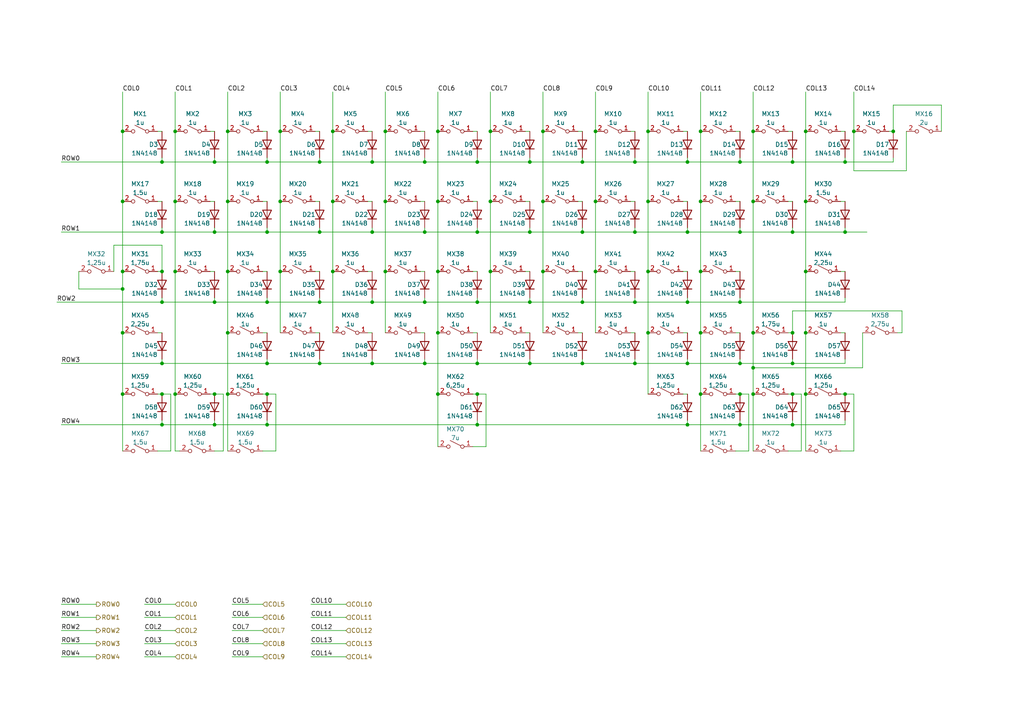
<source format=kicad_sch>
(kicad_sch (version 20230121) (generator eeschema)
  (paper "A4")
  (junction (at 214.63 114.3))
  (junction (at 172.72 58.42))
  (junction (at 50.8 38.1))
  (junction (at 203.2 78.74))
  (junction (at 138.43 46.99))
  (junction (at 229.87 46.99))
  (junction (at 214.63 123.19))
  (junction (at 77.47 46.99))
  (junction (at 233.68 38.1))
  (junction (at 157.48 58.42))
  (junction (at 184.15 67.31))
  (junction (at 107.95 105.41))
  (junction (at 92.71 105.41))
  (junction (at 123.19 46.99))
  (junction (at 127 38.1))
  (junction (at 229.87 67.31))
  (junction (at 168.91 46.99))
  (junction (at 203.2 58.42))
  (junction (at 153.67 46.99))
  (junction (at 46.99 78.74))
  (junction (at 233.68 114.3))
  (junction (at 127 96.52))
  (junction (at 111.76 78.74))
  (junction (at 229.87 105.41))
  (junction (at 245.11 67.31))
  (junction (at 127 78.74))
  (junction (at 153.67 67.31))
  (junction (at 46.99 87.63))
  (junction (at 214.63 46.99))
  (junction (at 127 58.42))
  (junction (at 81.28 78.74))
  (junction (at 233.68 78.74))
  (junction (at 157.48 78.74))
  (junction (at 233.68 58.42))
  (junction (at 35.56 96.52))
  (junction (at 214.63 87.63))
  (junction (at 187.96 58.42))
  (junction (at 218.44 114.3))
  (junction (at 46.99 123.19))
  (junction (at 168.91 87.63))
  (junction (at 62.23 114.3))
  (junction (at 77.47 114.3))
  (junction (at 111.76 38.1))
  (junction (at 138.43 67.31))
  (junction (at 50.8 58.42))
  (junction (at 96.52 38.1))
  (junction (at 77.47 123.19))
  (junction (at 168.91 105.41))
  (junction (at 233.68 96.52))
  (junction (at 187.96 38.1))
  (junction (at 229.87 123.19))
  (junction (at 138.43 114.3))
  (junction (at 184.15 87.63))
  (junction (at 203.2 114.3))
  (junction (at 187.96 96.52))
  (junction (at 199.39 87.63))
  (junction (at 35.56 38.1))
  (junction (at 62.23 123.19))
  (junction (at 50.8 78.74))
  (junction (at 172.72 78.74))
  (junction (at 46.99 46.99))
  (junction (at 107.95 67.31))
  (junction (at 92.71 67.31))
  (junction (at 245.11 46.99))
  (junction (at 203.2 38.1))
  (junction (at 92.71 87.63))
  (junction (at 111.76 58.42))
  (junction (at 81.28 58.42))
  (junction (at 66.04 78.74))
  (junction (at 138.43 105.41))
  (junction (at 184.15 105.41))
  (junction (at 81.28 38.1))
  (junction (at 46.99 114.3))
  (junction (at 218.44 96.52))
  (junction (at 214.63 67.31))
  (junction (at 142.24 58.42))
  (junction (at 199.39 67.31))
  (junction (at 138.43 87.63))
  (junction (at 127 114.3))
  (junction (at 218.44 58.42))
  (junction (at 35.56 78.74))
  (junction (at 203.2 96.52))
  (junction (at 259.08 38.1))
  (junction (at 66.04 58.42))
  (junction (at 157.48 38.1))
  (junction (at 96.52 58.42))
  (junction (at 199.39 46.99))
  (junction (at 199.39 123.19))
  (junction (at 229.87 96.52))
  (junction (at 77.47 105.41))
  (junction (at 184.15 46.99))
  (junction (at 66.04 96.52))
  (junction (at 229.87 114.3))
  (junction (at 62.23 87.63))
  (junction (at 138.43 123.19))
  (junction (at 62.23 46.99))
  (junction (at 35.56 114.3))
  (junction (at 218.44 38.1))
  (junction (at 96.52 78.74))
  (junction (at 62.23 67.31))
  (junction (at 66.04 38.1))
  (junction (at 153.67 105.41))
  (junction (at 35.56 83.82))
  (junction (at 187.96 78.74))
  (junction (at 218.44 106.68))
  (junction (at 107.95 46.99))
  (junction (at 35.56 58.42))
  (junction (at 142.24 38.1))
  (junction (at 214.63 105.41))
  (junction (at 92.71 46.99))
  (junction (at 66.04 114.3))
  (junction (at 107.95 87.63))
  (junction (at 245.11 114.3))
  (junction (at 172.72 38.1))
  (junction (at 142.24 78.74))
  (junction (at 123.19 105.41))
  (junction (at 123.19 87.63))
  (junction (at 168.91 67.31))
  (junction (at 50.8 114.3))
  (junction (at 46.99 67.31))
  (junction (at 46.99 105.41))
  (junction (at 77.47 87.63))
  (junction (at 199.39 105.41))
  (junction (at 123.19 67.31))
  (junction (at 247.65 38.1))
  (junction (at 77.47 67.31))
  (junction (at 153.67 87.63))
  (wire (pts (xy 76.2 38.1) (xy 77.47 38.1)))
  (wire (pts (xy 67.31 179.07) (xy 76.2 179.07)))
  (wire (pts (xy 123.19 58.42) (xy 121.92 58.42)))
  (wire (pts (xy 259.08 45.72) (xy 259.08 46.99)))
  (wire (pts (xy 77.47 121.92) (xy 77.47 123.19)))
  (wire (pts (xy 229.87 96.52) (xy 228.6 96.52)))
  (wire (pts (xy 127 26.67) (xy 127 38.1)))
  (wire (pts (xy 46.99 71.12) (xy 46.99 78.74)))
  (wire (pts (xy 261.62 96.52) (xy 260.35 96.52)))
  (wire (pts (xy 67.31 175.26) (xy 76.2 175.26)))
  (wire (pts (xy 77.47 46.99) (xy 92.71 46.99)))
  (wire (pts (xy 92.71 66.04) (xy 92.71 67.31)))
  (wire (pts (xy 96.52 38.1) (xy 96.52 58.42)))
  (wire (pts (xy 153.67 87.63) (xy 168.91 87.63)))
  (wire (pts (xy 142.24 26.67) (xy 142.24 38.1)))
  (wire (pts (xy 187.96 96.52) (xy 187.96 114.3)))
  (wire (pts (xy 168.91 78.74) (xy 167.64 78.74)))
  (wire (pts (xy 168.91 66.04) (xy 168.91 67.31)))
  (wire (pts (xy 203.2 58.42) (xy 203.2 78.74)))
  (wire (pts (xy 107.95 104.14) (xy 107.95 105.41)))
  (wire (pts (xy 229.87 114.3) (xy 232.41 114.3)))
  (wire (pts (xy 214.63 67.31) (xy 229.87 67.31)))
  (wire (pts (xy 33.02 71.12) (xy 33.02 78.74)))
  (wire (pts (xy 77.47 96.52) (xy 76.2 96.52)))
  (wire (pts (xy 153.67 104.14) (xy 153.67 105.41)))
  (wire (pts (xy 172.72 26.67) (xy 172.72 38.1)))
  (wire (pts (xy 17.78 175.26) (xy 27.94 175.26)))
  (wire (pts (xy 111.76 58.42) (xy 111.76 78.74)))
  (wire (pts (xy 123.19 86.36) (xy 123.19 87.63)))
  (wire (pts (xy 229.87 45.72) (xy 229.87 46.99)))
  (wire (pts (xy 199.39 96.52) (xy 198.12 96.52)))
  (wire (pts (xy 172.72 58.42) (xy 172.72 78.74)))
  (wire (pts (xy 46.99 105.41) (xy 77.47 105.41)))
  (wire (pts (xy 214.63 78.74) (xy 213.36 78.74)))
  (wire (pts (xy 245.11 66.04) (xy 245.11 67.31)))
  (wire (pts (xy 77.47 114.3) (xy 80.01 114.3)))
  (wire (pts (xy 96.52 58.42) (xy 96.52 78.74)))
  (wire (pts (xy 233.68 114.3) (xy 233.68 130.81)))
  (wire (pts (xy 218.44 96.52) (xy 218.44 106.68)))
  (wire (pts (xy 233.68 26.67) (xy 233.68 38.1)))
  (wire (pts (xy 214.63 96.52) (xy 213.36 96.52)))
  (wire (pts (xy 138.43 67.31) (xy 153.67 67.31)))
  (wire (pts (xy 157.48 58.42) (xy 157.48 78.74)))
  (wire (pts (xy 46.99 96.52) (xy 45.72 96.52)))
  (wire (pts (xy 153.67 66.04) (xy 153.67 67.31)))
  (wire (pts (xy 232.41 114.3) (xy 232.41 130.81)))
  (wire (pts (xy 17.78 123.19) (xy 46.99 123.19)))
  (wire (pts (xy 218.44 58.42) (xy 218.44 96.52)))
  (wire (pts (xy 214.63 45.72) (xy 214.63 46.99)))
  (wire (pts (xy 217.17 114.3) (xy 217.17 130.81)))
  (wire (pts (xy 35.56 58.42) (xy 35.56 78.74)))
  (wire (pts (xy 22.86 78.74) (xy 22.86 83.82)))
  (wire (pts (xy 250.19 96.52) (xy 250.19 106.68)))
  (wire (pts (xy 121.92 38.1) (xy 123.19 38.1)))
  (wire (pts (xy 80.01 130.81) (xy 76.2 130.81)))
  (wire (pts (xy 257.81 38.1) (xy 259.08 38.1)))
  (wire (pts (xy 168.91 96.52) (xy 167.64 96.52)))
  (wire (pts (xy 229.87 66.04) (xy 229.87 67.31)))
  (wire (pts (xy 17.78 186.69) (xy 27.94 186.69)))
  (wire (pts (xy 62.23 86.36) (xy 62.23 87.63)))
  (wire (pts (xy 184.15 45.72) (xy 184.15 46.99)))
  (wire (pts (xy 187.96 26.67) (xy 187.96 38.1)))
  (wire (pts (xy 199.39 87.63) (xy 214.63 87.63)))
  (wire (pts (xy 77.47 105.41) (xy 92.71 105.41)))
  (wire (pts (xy 92.71 86.36) (xy 92.71 87.63)))
  (wire (pts (xy 66.04 78.74) (xy 66.04 96.52)))
  (wire (pts (xy 123.19 105.41) (xy 138.43 105.41)))
  (wire (pts (xy 107.95 67.31) (xy 123.19 67.31)))
  (wire (pts (xy 233.68 96.52) (xy 233.68 114.3)))
  (wire (pts (xy 153.67 96.52) (xy 152.4 96.52)))
  (wire (pts (xy 33.02 71.12) (xy 46.99 71.12)))
  (wire (pts (xy 111.76 78.74) (xy 111.76 96.52)))
  (wire (pts (xy 168.91 67.31) (xy 184.15 67.31)))
  (wire (pts (xy 41.91 182.88) (xy 50.8 182.88)))
  (wire (pts (xy 127 114.3) (xy 127 129.54)))
  (wire (pts (xy 92.71 46.99) (xy 107.95 46.99)))
  (wire (pts (xy 247.65 38.1) (xy 247.65 49.53)))
  (wire (pts (xy 214.63 104.14) (xy 214.63 105.41)))
  (wire (pts (xy 172.72 78.74) (xy 172.72 96.52)))
  (wire (pts (xy 168.91 105.41) (xy 184.15 105.41)))
  (wire (pts (xy 96.52 78.74) (xy 96.52 96.52)))
  (wire (pts (xy 123.19 46.99) (xy 138.43 46.99)))
  (wire (pts (xy 199.39 67.31) (xy 214.63 67.31)))
  (wire (pts (xy 92.71 78.74) (xy 91.44 78.74)))
  (wire (pts (xy 138.43 87.63) (xy 153.67 87.63)))
  (wire (pts (xy 66.04 96.52) (xy 66.04 114.3)))
  (wire (pts (xy 153.67 86.36) (xy 153.67 87.63)))
  (wire (pts (xy 153.67 46.99) (xy 168.91 46.99)))
  (wire (pts (xy 233.68 38.1) (xy 233.68 58.42)))
  (wire (pts (xy 138.43 46.99) (xy 153.67 46.99)))
  (wire (pts (xy 45.72 130.81) (xy 49.53 130.81)))
  (wire (pts (xy 243.84 38.1) (xy 245.11 38.1)))
  (wire (pts (xy 50.8 130.81) (xy 50.8 114.3)))
  (wire (pts (xy 245.11 96.52) (xy 243.84 96.52)))
  (wire (pts (xy 92.71 67.31) (xy 107.95 67.31)))
  (wire (pts (xy 247.65 114.3) (xy 247.65 130.81)))
  (wire (pts (xy 64.77 114.3) (xy 64.77 130.81)))
  (wire (pts (xy 168.91 45.72) (xy 168.91 46.99)))
  (wire (pts (xy 35.56 26.67) (xy 35.56 38.1)))
  (wire (pts (xy 66.04 38.1) (xy 66.04 58.42)))
  (wire (pts (xy 62.23 114.3) (xy 64.77 114.3)))
  (wire (pts (xy 213.36 38.1) (xy 214.63 38.1)))
  (wire (pts (xy 199.39 46.99) (xy 214.63 46.99)))
  (wire (pts (xy 153.67 58.42) (xy 152.4 58.42)))
  (wire (pts (xy 214.63 105.41) (xy 229.87 105.41)))
  (wire (pts (xy 107.95 58.42) (xy 106.68 58.42)))
  (wire (pts (xy 62.23 45.72) (xy 62.23 46.99)))
  (wire (pts (xy 245.11 58.42) (xy 243.84 58.42)))
  (wire (pts (xy 229.87 46.99) (xy 245.11 46.99)))
  (wire (pts (xy 77.47 87.63) (xy 92.71 87.63)))
  (wire (pts (xy 232.41 130.81) (xy 228.6 130.81)))
  (wire (pts (xy 46.99 78.74) (xy 45.72 78.74)))
  (wire (pts (xy 62.23 87.63) (xy 77.47 87.63)))
  (wire (pts (xy 92.71 105.41) (xy 107.95 105.41)))
  (wire (pts (xy 172.72 38.1) (xy 172.72 58.42)))
  (wire (pts (xy 245.11 114.3) (xy 243.84 114.3)))
  (wire (pts (xy 138.43 58.42) (xy 137.16 58.42)))
  (wire (pts (xy 90.17 179.07) (xy 100.33 179.07)))
  (wire (pts (xy 62.23 66.04) (xy 62.23 67.31)))
  (wire (pts (xy 41.91 190.5) (xy 50.8 190.5)))
  (wire (pts (xy 182.88 38.1) (xy 184.15 38.1)))
  (wire (pts (xy 46.99 45.72) (xy 46.99 46.99)))
  (wire (pts (xy 50.8 26.67) (xy 50.8 38.1)))
  (wire (pts (xy 60.96 38.1) (xy 62.23 38.1)))
  (wire (pts (xy 92.71 87.63) (xy 107.95 87.63)))
  (wire (pts (xy 46.99 87.63) (xy 62.23 87.63)))
  (wire (pts (xy 199.39 104.14) (xy 199.39 105.41)))
  (wire (pts (xy 245.11 46.99) (xy 259.08 46.99)))
  (wire (pts (xy 214.63 46.99) (xy 229.87 46.99)))
  (wire (pts (xy 92.71 45.72) (xy 92.71 46.99)))
  (wire (pts (xy 77.47 114.3) (xy 76.2 114.3)))
  (wire (pts (xy 77.47 86.36) (xy 77.47 87.63)))
  (wire (pts (xy 17.78 190.5) (xy 27.94 190.5)))
  (wire (pts (xy 142.24 78.74) (xy 142.24 96.52)))
  (wire (pts (xy 138.43 66.04) (xy 138.43 67.31)))
  (wire (pts (xy 261.62 90.17) (xy 229.87 90.17)))
  (wire (pts (xy 184.15 96.52) (xy 182.88 96.52)))
  (wire (pts (xy 199.39 105.41) (xy 214.63 105.41)))
  (wire (pts (xy 218.44 38.1) (xy 218.44 58.42)))
  (wire (pts (xy 77.47 45.72) (xy 77.47 46.99)))
  (wire (pts (xy 184.15 67.31) (xy 199.39 67.31)))
  (wire (pts (xy 77.47 58.42) (xy 76.2 58.42)))
  (wire (pts (xy 111.76 38.1) (xy 111.76 58.42)))
  (wire (pts (xy 41.91 186.69) (xy 50.8 186.69)))
  (wire (pts (xy 245.11 114.3) (xy 247.65 114.3)))
  (wire (pts (xy 214.63 114.3) (xy 217.17 114.3)))
  (wire (pts (xy 214.63 121.92) (xy 214.63 123.19)))
  (wire (pts (xy 66.04 114.3) (xy 66.04 130.81)))
  (wire (pts (xy 157.48 78.74) (xy 157.48 96.52)))
  (wire (pts (xy 81.28 58.42) (xy 81.28 78.74)))
  (wire (pts (xy 138.43 104.14) (xy 138.43 105.41)))
  (wire (pts (xy 199.39 58.42) (xy 198.12 58.42)))
  (wire (pts (xy 123.19 104.14) (xy 123.19 105.41)))
  (wire (pts (xy 62.23 67.31) (xy 77.47 67.31)))
  (wire (pts (xy 127 96.52) (xy 127 114.3)))
  (wire (pts (xy 107.95 45.72) (xy 107.95 46.99)))
  (wire (pts (xy 259.08 30.48) (xy 259.08 38.1)))
  (wire (pts (xy 123.19 87.63) (xy 138.43 87.63)))
  (wire (pts (xy 50.8 130.81) (xy 52.07 130.81)))
  (wire (pts (xy 123.19 67.31) (xy 138.43 67.31)))
  (wire (pts (xy 203.2 26.67) (xy 203.2 38.1)))
  (wire (pts (xy 77.47 104.14) (xy 77.47 105.41)))
  (wire (pts (xy 229.87 58.42) (xy 228.6 58.42)))
  (wire (pts (xy 153.67 78.74) (xy 152.4 78.74)))
  (wire (pts (xy 46.99 38.1) (xy 45.72 38.1)))
  (wire (pts (xy 138.43 105.41) (xy 153.67 105.41)))
  (wire (pts (xy 245.11 78.74) (xy 243.84 78.74)))
  (wire (pts (xy 142.24 38.1) (xy 142.24 58.42)))
  (wire (pts (xy 46.99 86.36) (xy 46.99 87.63)))
  (wire (pts (xy 111.76 26.67) (xy 111.76 38.1)))
  (wire (pts (xy 168.91 104.14) (xy 168.91 105.41)))
  (wire (pts (xy 198.12 38.1) (xy 199.39 38.1)))
  (wire (pts (xy 50.8 38.1) (xy 50.8 58.42)))
  (wire (pts (xy 138.43 121.92) (xy 138.43 123.19)))
  (wire (pts (xy 214.63 114.3) (xy 213.36 114.3)))
  (wire (pts (xy 229.87 104.14) (xy 229.87 105.41)))
  (wire (pts (xy 245.11 104.14) (xy 245.11 105.41)))
  (wire (pts (xy 137.16 38.1) (xy 138.43 38.1)))
  (wire (pts (xy 214.63 87.63) (xy 245.11 87.63)))
  (wire (pts (xy 77.47 78.74) (xy 76.2 78.74)))
  (wire (pts (xy 66.04 58.42) (xy 66.04 78.74)))
  (wire (pts (xy 229.87 121.92) (xy 229.87 123.19)))
  (wire (pts (xy 138.43 78.74) (xy 137.16 78.74)))
  (wire (pts (xy 35.56 83.82) (xy 35.56 96.52)))
  (wire (pts (xy 81.28 38.1) (xy 81.28 58.42)))
  (wire (pts (xy 184.15 66.04) (xy 184.15 67.31)))
  (wire (pts (xy 138.43 96.52) (xy 137.16 96.52)))
  (wire (pts (xy 107.95 86.36) (xy 107.95 87.63)))
  (wire (pts (xy 199.39 78.74) (xy 198.12 78.74)))
  (wire (pts (xy 203.2 96.52) (xy 203.2 114.3)))
  (wire (pts (xy 62.23 123.19) (xy 77.47 123.19)))
  (wire (pts (xy 17.78 46.99) (xy 46.99 46.99)))
  (wire (pts (xy 46.99 121.92) (xy 46.99 123.19)))
  (wire (pts (xy 123.19 96.52) (xy 121.92 96.52)))
  (wire (pts (xy 66.04 26.67) (xy 66.04 38.1)))
  (wire (pts (xy 184.15 87.63) (xy 199.39 87.63)))
  (wire (pts (xy 67.31 182.88) (xy 76.2 182.88)))
  (wire (pts (xy 50.8 78.74) (xy 50.8 114.3)))
  (wire (pts (xy 62.23 114.3) (xy 60.96 114.3)))
  (wire (pts (xy 184.15 46.99) (xy 199.39 46.99)))
  (wire (pts (xy 77.47 67.31) (xy 92.71 67.31)))
  (wire (pts (xy 229.87 90.17) (xy 229.87 96.52)))
  (wire (pts (xy 157.48 38.1) (xy 157.48 58.42)))
  (wire (pts (xy 245.11 121.92) (xy 245.11 123.19)))
  (wire (pts (xy 107.95 96.52) (xy 106.68 96.52)))
  (wire (pts (xy 262.89 38.1) (xy 262.89 49.53)))
  (wire (pts (xy 218.44 114.3) (xy 218.44 130.81)))
  (wire (pts (xy 35.56 96.52) (xy 35.56 114.3)))
  (wire (pts (xy 157.48 26.67) (xy 157.48 38.1)))
  (wire (pts (xy 35.56 38.1) (xy 35.56 58.42)))
  (wire (pts (xy 62.23 46.99) (xy 77.47 46.99)))
  (wire (pts (xy 168.91 58.42) (xy 167.64 58.42)))
  (wire (pts (xy 46.99 66.04) (xy 46.99 67.31)))
  (wire (pts (xy 184.15 86.36) (xy 184.15 87.63)))
  (wire (pts (xy 46.99 114.3) (xy 49.53 114.3)))
  (wire (pts (xy 262.89 49.53) (xy 247.65 49.53)))
  (wire (pts (xy 203.2 114.3) (xy 203.2 130.81)))
  (wire (pts (xy 107.95 78.74) (xy 106.68 78.74)))
  (wire (pts (xy 142.24 58.42) (xy 142.24 78.74)))
  (wire (pts (xy 46.99 123.19) (xy 62.23 123.19)))
  (wire (pts (xy 77.47 66.04) (xy 77.47 67.31)))
  (wire (pts (xy 80.01 114.3) (xy 80.01 130.81)))
  (wire (pts (xy 127 78.74) (xy 127 96.52)))
  (wire (pts (xy 17.78 105.41) (xy 46.99 105.41)))
  (wire (pts (xy 62.23 121.92) (xy 62.23 123.19)))
  (wire (pts (xy 123.19 66.04) (xy 123.19 67.31)))
  (wire (pts (xy 22.86 83.82) (xy 35.56 83.82)))
  (wire (pts (xy 90.17 190.5) (xy 100.33 190.5)))
  (wire (pts (xy 106.68 38.1) (xy 107.95 38.1)))
  (wire (pts (xy 153.67 67.31) (xy 168.91 67.31)))
  (wire (pts (xy 229.87 123.19) (xy 245.11 123.19)))
  (wire (pts (xy 16.51 87.63) (xy 46.99 87.63)))
  (wire (pts (xy 199.39 114.3) (xy 198.12 114.3)))
  (wire (pts (xy 199.39 66.04) (xy 199.39 67.31)))
  (wire (pts (xy 17.78 179.07) (xy 27.94 179.07)))
  (wire (pts (xy 138.43 86.36) (xy 138.43 87.63)))
  (wire (pts (xy 46.99 104.14) (xy 46.99 105.41)))
  (wire (pts (xy 233.68 78.74) (xy 233.68 96.52)))
  (wire (pts (xy 217.17 130.81) (xy 213.36 130.81)))
  (wire (pts (xy 187.96 78.74) (xy 187.96 96.52)))
  (wire (pts (xy 67.31 190.5) (xy 76.2 190.5)))
  (wire (pts (xy 77.47 123.19) (xy 138.43 123.19)))
  (wire (pts (xy 123.19 78.74) (xy 121.92 78.74)))
  (wire (pts (xy 214.63 66.04) (xy 214.63 67.31)))
  (wire (pts (xy 127 58.42) (xy 127 78.74)))
  (wire (pts (xy 214.63 86.36) (xy 214.63 87.63)))
  (wire (pts (xy 123.19 45.72) (xy 123.19 46.99)))
  (wire (pts (xy 41.91 175.26) (xy 50.8 175.26)))
  (wire (pts (xy 187.96 38.1) (xy 187.96 58.42)))
  (wire (pts (xy 184.15 105.41) (xy 199.39 105.41)))
  (wire (pts (xy 229.87 105.41) (xy 245.11 105.41)))
  (wire (pts (xy 199.39 45.72) (xy 199.39 46.99)))
  (wire (pts (xy 199.39 123.19) (xy 214.63 123.19)))
  (wire (pts (xy 214.63 58.42) (xy 213.36 58.42)))
  (wire (pts (xy 218.44 106.68) (xy 218.44 114.3)))
  (wire (pts (xy 35.56 78.74) (xy 35.56 83.82)))
  (wire (pts (xy 46.99 67.31) (xy 62.23 67.31)))
  (wire (pts (xy 184.15 104.14) (xy 184.15 105.41)))
  (wire (pts (xy 203.2 78.74) (xy 203.2 96.52)))
  (wire (pts (xy 184.15 78.74) (xy 182.88 78.74)))
  (wire (pts (xy 92.71 96.52) (xy 91.44 96.52)))
  (wire (pts (xy 46.99 58.42) (xy 45.72 58.42)))
  (wire (pts (xy 247.65 130.81) (xy 243.84 130.81)))
  (wire (pts (xy 168.91 87.63) (xy 184.15 87.63)))
  (wire (pts (xy 138.43 123.19) (xy 199.39 123.19)))
  (wire (pts (xy 107.95 46.99) (xy 123.19 46.99)))
  (wire (pts (xy 92.71 104.14) (xy 92.71 105.41)))
  (wire (pts (xy 140.97 129.54) (xy 137.16 129.54)))
  (wire (pts (xy 138.43 45.72) (xy 138.43 46.99)))
  (wire (pts (xy 229.87 114.3) (xy 228.6 114.3)))
  (wire (pts (xy 203.2 38.1) (xy 203.2 58.42)))
  (wire (pts (xy 199.39 86.36) (xy 199.39 87.63)))
  (wire (pts (xy 46.99 46.99) (xy 62.23 46.99)))
  (wire (pts (xy 245.11 45.72) (xy 245.11 46.99)))
  (wire (pts (xy 17.78 182.88) (xy 27.94 182.88)))
  (wire (pts (xy 91.44 38.1) (xy 92.71 38.1)))
  (wire (pts (xy 247.65 26.67) (xy 247.65 38.1)))
  (wire (pts (xy 107.95 105.41) (xy 123.19 105.41)))
  (wire (pts (xy 107.95 66.04) (xy 107.95 67.31)))
  (wire (pts (xy 229.87 67.31) (xy 245.11 67.31)))
  (wire (pts (xy 168.91 86.36) (xy 168.91 87.63)))
  (wire (pts (xy 152.4 38.1) (xy 153.67 38.1)))
  (wire (pts (xy 218.44 106.68) (xy 250.19 106.68)))
  (wire (pts (xy 90.17 182.88) (xy 100.33 182.88)))
  (wire (pts (xy 138.43 114.3) (xy 137.16 114.3)))
  (wire (pts (xy 17.78 67.31) (xy 46.99 67.31)))
  (wire (pts (xy 96.52 26.67) (xy 96.52 38.1)))
  (wire (pts (xy 273.05 30.48) (xy 259.08 30.48)))
  (wire (pts (xy 35.56 114.3) (xy 35.56 130.81)))
  (wire (pts (xy 90.17 186.69) (xy 100.33 186.69)))
  (wire (pts (xy 107.95 87.63) (xy 123.19 87.63)))
  (wire (pts (xy 67.31 186.69) (xy 76.2 186.69)))
  (wire (pts (xy 49.53 114.3) (xy 49.53 130.81)))
  (wire (pts (xy 187.96 58.42) (xy 187.96 78.74)))
  (wire (pts (xy 62.23 58.42) (xy 60.96 58.42)))
  (wire (pts (xy 214.63 123.19) (xy 229.87 123.19)))
  (wire (pts (xy 46.99 114.3) (xy 45.72 114.3)))
  (wire (pts (xy 41.91 179.07) (xy 50.8 179.07)))
  (wire (pts (xy 92.71 58.42) (xy 91.44 58.42)))
  (wire (pts (xy 167.64 38.1) (xy 168.91 38.1)))
  (wire (pts (xy 81.28 26.67) (xy 81.28 38.1)))
  (wire (pts (xy 273.05 38.1) (xy 273.05 30.48)))
  (wire (pts (xy 228.6 38.1) (xy 229.87 38.1)))
  (wire (pts (xy 50.8 58.42) (xy 50.8 78.74)))
  (wire (pts (xy 199.39 121.92) (xy 199.39 123.19)))
  (wire (pts (xy 153.67 45.72) (xy 153.67 46.99)))
  (wire (pts (xy 245.11 86.36) (xy 245.11 87.63)))
  (wire (pts (xy 218.44 26.67) (xy 218.44 38.1)))
  (wire (pts (xy 261.62 96.52) (xy 261.62 90.17)))
  (wire (pts (xy 153.67 105.41) (xy 168.91 105.41)))
  (wire (pts (xy 81.28 78.74) (xy 81.28 96.52)))
  (wire (pts (xy 245.11 67.31) (xy 251.46 67.31)))
  (wire (pts (xy 233.68 58.42) (xy 233.68 78.74)))
  (wire (pts (xy 64.77 130.81) (xy 62.23 130.81)))
  (wire (pts (xy 138.43 114.3) (xy 140.97 114.3)))
  (wire (pts (xy 184.15 58.42) (xy 182.88 58.42)))
  (wire (pts (xy 168.91 46.99) (xy 184.15 46.99)))
  (wire (pts (xy 90.17 175.26) (xy 100.33 175.26)))
  (wire (pts (xy 140.97 114.3) (xy 140.97 129.54)))
  (wire (pts (xy 62.23 78.74) (xy 60.96 78.74)))
  (wire (pts (xy 127 38.1) (xy 127 58.42)))
  (label "ROW0" (at 17.78 46.99 0))
  (label "COL14" (at 90.17 190.5 0))
  (label "ROW4" (at 17.78 123.19 0))
  (label "COL5" (at 67.31 175.26 0))
  (label "COL14" (at 247.65 26.67 0))
  (label "COL0" (at 35.56 26.67 0))
  (label "ROW1" (at 17.78 67.31 0))
  (label "COL6" (at 127 26.67 0))
  (label "COL8" (at 67.31 186.69 0))
  (label "COL11" (at 203.2 26.67 0))
  (label "COL8" (at 157.48 26.67 0))
  (label "COL4" (at 96.52 26.67 0))
  (label "COL6" (at 67.31 179.07 0))
  (label "COL1" (at 41.91 179.07 0))
  (label "COL4" (at 41.91 190.5 0))
  (label "ROW2" (at 16.51 87.63 0))
  (label "COL1" (at 50.8 26.67 0))
  (label "ROW4" (at 17.78 190.5 0))
  (label "COL2" (at 66.04 26.67 0))
  (label "ROW3" (at 17.78 186.69 0))
  (label "COL12" (at 218.44 26.67 0))
  (label "COL0" (at 41.91 175.26 0))
  (label "COL12" (at 90.17 182.88 0))
  (label "COL9" (at 172.72 26.67 0))
  (label "COL11" (at 90.17 179.07 0))
  (label "ROW0" (at 17.78 175.26 0))
  (label "COL9" (at 67.31 190.5 0))
  (label "COL3" (at 41.91 186.69 0))
  (label "COL13" (at 233.68 26.67 0))
  (label "COL10" (at 90.17 175.26 0))
  (label "COL2" (at 41.91 182.88 0))
  (label "COL7" (at 67.31 182.88 0))
  (label "COL7" (at 142.24 26.67 0))
  (label "ROW3" (at 17.78 105.41 0))
  (label "COL5" (at 111.76 26.67 0))
  (label "ROW1" (at 17.78 179.07 0))
  (label "COL3" (at 81.28 26.67 0))
  (label "ROW2" (at 17.78 182.88 0))
  (label "COL13" (at 90.17 186.69 0))
  (label "COL10" (at 187.96 26.67 0))
  (hierarchical_label "COL3" (shape input) (at 50.8 186.69 0))
  (hierarchical_label "COL5" (shape input) (at 76.2 175.26 0))
  (hierarchical_label "COL10" (shape input) (at 100.33 175.26 0))
  (hierarchical_label "COL9" (shape input) (at 76.2 190.5 0))
  (hierarchical_label "COL4" (shape input) (at 50.8 190.5 0))
  (hierarchical_label "COL2" (shape input) (at 50.8 182.88 0))
  (hierarchical_label "COL12" (shape input) (at 100.33 182.88 0))
  (hierarchical_label "COL13" (shape input) (at 100.33 186.69 0))
  (hierarchical_label "COL8" (shape input) (at 76.2 186.69 0))
  (hierarchical_label "ROW4" (shape output) (at 27.94 190.5 0))
  (hierarchical_label "ROW3" (shape output) (at 27.94 186.69 0))
  (hierarchical_label "COL0" (shape input) (at 50.8 175.26 0))
  (hierarchical_label "COL14" (shape input) (at 100.33 190.5 0))
  (hierarchical_label "COL1" (shape input) (at 50.8 179.07 0))
  (hierarchical_label "COL11" (shape input) (at 100.33 179.07 0))
  (hierarchical_label "COL7" (shape input) (at 76.2 182.88 0))
  (hierarchical_label "COL6" (shape input) (at 76.2 179.07 0))
  (hierarchical_label "ROW0" (shape output) (at 27.94 175.26 0))
  (hierarchical_label "ROW2" (shape output) (at 27.94 182.88 0))
  (hierarchical_label "ROW1" (shape output) (at 27.94 179.07 0))
  (symbol (lib_id "keyboard:switch") (at 86.36 78.74 0) (mirror y) (unit 1)
    (property "Reference" "MX35" (at 86.36 73.66 0))
    (property "Value" "1u" (at 86.36 76.2 0))
    (property "Footprint" "keyboard:SW_Cherry_MX_1.00u_PCB" (effects hide))
  )
  (symbol (lib_id "keyboard:diode") (at 214.63 62.23 90) (unit 1)
    (property "Reference" "D29" (at 209.55 62.23 90) (effects (justify right)))
    (property "Value" "1N4148" (at 205.74 64.77 90) (effects (justify right)))
    (property "Footprint" "keyboard:D_SOD-123" (effects hide))
    (property "Datasheet" "https://datasheet.lcsc.com/lcsc/2302061909_PANJIT-International-1N4148W-R1-00001_C391324.pdf" (effects hide))
    (property "PN" "1N4148W_R1_00001" (effects hide))
    (property "LCSC Part Number" "C391324" (effects hide))
    (property "LCSC link" "https://www.lcsc.com/product-detail/Diodes-General-Purpose_PANJIT-International-1N4148W_R1_00001_C391324.html" (effects hide))
  )
  (symbol (lib_id "keyboard:switch") (at 162.56 78.74 0) (mirror y) (unit 1)
    (property "Reference" "MX40" (at 162.56 73.66 0))
    (property "Value" "1u" (at 162.56 76.2 0))
    (property "Footprint" "keyboard:SW_Cherry_MX_1.00u_PCB" (effects hide))
  )
  (symbol (lib_id "keyboard:diode") (at 168.91 82.55 90) (unit 1)
    (property "Reference" "D40" (at 163.83 82.55 90) (effects (justify right)))
    (property "Value" "1N4148" (at 160.02 85.09 90) (effects (justify right)))
    (property "Footprint" "keyboard:D_SOD-123" (effects hide))
    (property "Datasheet" "https://datasheet.lcsc.com/lcsc/2302061909_PANJIT-International-1N4148W-R1-00001_C391324.pdf" (effects hide))
    (property "PN" "1N4148W_R1_00001" (effects hide))
    (property "LCSC Part Number" "C391324" (effects hide))
    (property "LCSC link" "https://www.lcsc.com/product-detail/Diodes-General-Purpose_PANJIT-International-1N4148W_R1_00001_C391324.html" (effects hide))
  )
  (symbol (lib_id "keyboard:switch") (at 238.76 130.81 0) (mirror y) (unit 1)
    (property "Reference" "MX73" (at 238.76 125.73 0))
    (property "Value" "1u" (at 238.76 128.27 0))
    (property "Footprint" "keyboard:SW_Cherry_MX_1.00u_PCB" (effects hide))
  )
  (symbol (lib_id "keyboard:diode") (at 77.47 41.91 90) (unit 1)
    (property "Reference" "D5" (at 73.66 41.91 90) (effects (justify right)))
    (property "Value" "1N4148" (at 68.58 44.45 90) (effects (justify right)))
    (property "Footprint" "keyboard:D_SOD-123" (effects hide))
    (property "Datasheet" "https://datasheet.lcsc.com/lcsc/2302061909_PANJIT-International-1N4148W-R1-00001_C391324.pdf" (effects hide))
    (property "PN" "1N4148W_R1_00001" (effects hide))
    (property "LCSC Part Number" "C391324" (effects hide))
    (property "LCSC link" "https://www.lcsc.com/product-detail/Diodes-General-Purpose_PANJIT-International-1N4148W_R1_00001_C391324.html" (effects hide))
  )
  (symbol (lib_id "keyboard:diode") (at 214.63 118.11 90) (unit 1)
    (property "Reference" "D63" (at 209.55 118.11 90) (effects (justify right)))
    (property "Value" "1N4148" (at 205.74 120.65 90) (effects (justify right)))
    (property "Footprint" "keyboard:D_SOD-123" (effects hide))
    (property "Datasheet" "https://datasheet.lcsc.com/lcsc/2302061909_PANJIT-International-1N4148W-R1-00001_C391324.pdf" (effects hide))
    (property "PN" "1N4148W_R1_00001" (effects hide))
    (property "LCSC Part Number" "C391324" (effects hide))
    (property "LCSC link" "https://www.lcsc.com/product-detail/Diodes-General-Purpose_PANJIT-International-1N4148W_R1_00001_C391324.html" (effects hide))
  )
  (symbol (lib_id "keyboard:switch") (at 55.88 58.42 0) (mirror y) (unit 1)
    (property "Reference" "MX18" (at 55.88 53.34 0))
    (property "Value" "1u" (at 55.88 55.88 0))
    (property "Footprint" "keyboard:SW_Cherry_MX_1.00u_PCB" (effects hide))
  )
  (symbol (lib_id "keyboard:diode") (at 92.71 62.23 90) (unit 1)
    (property "Reference" "D21" (at 87.63 62.23 90) (effects (justify right)))
    (property "Value" "1N4148" (at 83.82 64.77 90) (effects (justify right)))
    (property "Footprint" "keyboard:D_SOD-123" (effects hide))
    (property "Datasheet" "https://datasheet.lcsc.com/lcsc/2302061909_PANJIT-International-1N4148W-R1-00001_C391324.pdf" (effects hide))
    (property "PN" "1N4148W_R1_00001" (effects hide))
    (property "LCSC Part Number" "C391324" (effects hide))
    (property "LCSC link" "https://www.lcsc.com/product-detail/Diodes-General-Purpose_PANJIT-International-1N4148W_R1_00001_C391324.html" (effects hide))
  )
  (symbol (lib_id "keyboard:switch") (at 71.12 114.3 0) (mirror y) (unit 1)
    (property "Reference" "MX61" (at 71.12 109.22 0))
    (property "Value" "1.25u" (at 71.12 111.76 0))
    (property "Footprint" "keyboard:SW_Cherry_MX_1.25u_PCB" (effects hide))
  )
  (symbol (lib_id "keyboard:switch") (at 132.08 38.1 0) (mirror y) (unit 1)
    (property "Reference" "MX7" (at 132.08 33.02 0))
    (property "Value" "1u" (at 132.08 35.56 0))
    (property "Footprint" "keyboard:SW_Cherry_MX_1.00u_PCB" (effects hide))
  )
  (symbol (lib_id "keyboard:diode") (at 245.11 82.55 90) (unit 1)
    (property "Reference" "D44" (at 240.03 82.55 90) (effects (justify right)))
    (property "Value" "1N4148" (at 236.22 85.09 90) (effects (justify right)))
    (property "Footprint" "keyboard:D_SOD-123" (effects hide))
    (property "Datasheet" "https://datasheet.lcsc.com/lcsc/2302061909_PANJIT-International-1N4148W-R1-00001_C391324.pdf" (effects hide))
    (property "PN" "1N4148W_R1_00001" (effects hide))
    (property "LCSC Part Number" "C391324" (effects hide))
    (property "LCSC link" "https://www.lcsc.com/product-detail/Diodes-General-Purpose_PANJIT-International-1N4148W_R1_00001_C391324.html" (effects hide))
  )
  (symbol (lib_id "keyboard:switch") (at 223.52 58.42 0) (mirror y) (unit 1)
    (property "Reference" "MX29" (at 223.52 53.34 0))
    (property "Value" "1u" (at 223.52 55.88 0))
    (property "Footprint" "keyboard:SW_Cherry_MX_1.00u_PCB" (effects hide))
  )
  (symbol (lib_id "keyboard:diode") (at 107.95 100.33 90) (unit 1)
    (property "Reference" "D48" (at 102.87 100.33 90) (effects (justify right)))
    (property "Value" "1N4148" (at 99.06 102.87 90) (effects (justify right)))
    (property "Footprint" "keyboard:D_SOD-123" (effects hide))
    (property "Datasheet" "https://datasheet.lcsc.com/lcsc/2302061909_PANJIT-International-1N4148W-R1-00001_C391324.pdf" (effects hide))
    (property "PN" "1N4148W_R1_00001" (effects hide))
    (property "LCSC Part Number" "C391324" (effects hide))
    (property "LCSC link" "https://www.lcsc.com/product-detail/Diodes-General-Purpose_PANJIT-International-1N4148W_R1_00001_C391324.html" (effects hide))
  )
  (symbol (lib_id "keyboard:switch") (at 162.56 58.42 0) (mirror y) (unit 1)
    (property "Reference" "MX25" (at 162.56 53.34 0))
    (property "Value" "1u" (at 162.56 55.88 0))
    (property "Footprint" "keyboard:SW_Cherry_MX_1.00u_PCB" (effects hide))
  )
  (symbol (lib_id "keyboard:switch") (at 40.64 114.3 0) (mirror y) (unit 1)
    (property "Reference" "MX59" (at 40.64 109.22 0))
    (property "Value" "1.25u" (at 40.64 111.76 0))
    (property "Footprint" "keyboard:SW_Cherry_MX_1.25u_PCB" (effects hide))
  )
  (symbol (lib_id "keyboard:switch") (at 116.84 38.1 0) (mirror y) (unit 1)
    (property "Reference" "MX6" (at 116.84 33.02 0))
    (property "Value" "1u" (at 116.84 35.56 0))
    (property "Footprint" "keyboard:SW_Cherry_MX_1.00u_PCB" (effects hide))
  )
  (symbol (lib_id "keyboard:switch") (at 132.08 129.54 0) (mirror y) (unit 1)
    (property "Reference" "MX70" (at 132.08 124.46 0))
    (property "Value" "7u" (at 132.08 127 0))
    (property "Footprint" "keyboard:SW_Cherry_MX_7.00u_PCB" (effects hide))
  )
  (symbol (lib_id "keyboard:diode") (at 184.15 100.33 90) (unit 1)
    (property "Reference" "D53" (at 179.07 100.33 90) (effects (justify right)))
    (property "Value" "1N4148" (at 175.26 102.87 90) (effects (justify right)))
    (property "Footprint" "keyboard:D_SOD-123" (effects hide))
    (property "Datasheet" "https://datasheet.lcsc.com/lcsc/2302061909_PANJIT-International-1N4148W-R1-00001_C391324.pdf" (effects hide))
    (property "PN" "1N4148W_R1_00001" (effects hide))
    (property "LCSC Part Number" "C391324" (effects hide))
    (property "LCSC link" "https://www.lcsc.com/product-detail/Diodes-General-Purpose_PANJIT-International-1N4148W_R1_00001_C391324.html" (effects hide))
  )
  (symbol (lib_id "keyboard:diode") (at 92.71 82.55 90) (unit 1)
    (property "Reference" "D35" (at 87.63 82.55 90) (effects (justify right)))
    (property "Value" "1N4148" (at 83.82 85.09 90) (effects (justify right)))
    (property "Footprint" "keyboard:D_SOD-123" (effects hide))
    (property "Datasheet" "https://datasheet.lcsc.com/lcsc/2302061909_PANJIT-International-1N4148W-R1-00001_C391324.pdf" (effects hide))
    (property "PN" "1N4148W_R1_00001" (effects hide))
    (property "LCSC Part Number" "C391324" (effects hide))
    (property "LCSC link" "https://www.lcsc.com/product-detail/Diodes-General-Purpose_PANJIT-International-1N4148W_R1_00001_C391324.html" (effects hide))
  )
  (symbol (lib_id "keyboard:switch") (at 132.08 58.42 0) (mirror y) (unit 1)
    (property "Reference" "MX23" (at 132.08 53.34 0))
    (property "Value" "1u" (at 132.08 55.88 0))
    (property "Footprint" "keyboard:SW_Cherry_MX_1.00u_PCB" (effects hide))
  )
  (symbol (lib_id "keyboard:switch") (at 116.84 58.42 0) (mirror y) (unit 1)
    (property "Reference" "MX22" (at 116.84 53.34 0))
    (property "Value" "1u" (at 116.84 55.88 0))
    (property "Footprint" "keyboard:SW_Cherry_MX_1.00u_PCB" (effects hide))
  )
  (symbol (lib_id "keyboard:switch") (at 223.52 114.3 0) (mirror y) (unit 1)
    (property "Reference" "MX65" (at 223.52 109.22 0))
    (property "Value" "1.25u" (at 223.52 111.76 0))
    (property "Footprint" "keyboard:SW_Cherry_MX_1.25u_PCB" (effects hide))
  )
  (symbol (lib_id "keyboard:diode") (at 77.47 82.55 90) (unit 1)
    (property "Reference" "D34" (at 72.39 82.55 90) (effects (justify right)))
    (property "Value" "1N4148" (at 68.58 85.09 90) (effects (justify right)))
    (property "Footprint" "keyboard:D_SOD-123" (effects hide))
    (property "Datasheet" "https://datasheet.lcsc.com/lcsc/2302061909_PANJIT-International-1N4148W-R1-00001_C391324.pdf" (effects hide))
    (property "PN" "1N4148W_R1_00001" (effects hide))
    (property "LCSC Part Number" "C391324" (effects hide))
    (property "LCSC link" "https://www.lcsc.com/product-detail/Diodes-General-Purpose_PANJIT-International-1N4148W_R1_00001_C391324.html" (effects hide))
  )
  (symbol (lib_id "keyboard:switch") (at 132.08 78.74 0) (mirror y) (unit 1)
    (property "Reference" "MX38" (at 132.08 73.66 0))
    (property "Value" "1u" (at 132.08 76.2 0))
    (property "Footprint" "keyboard:SW_Cherry_MX_1.00u_PCB" (effects hide))
  )
  (symbol (lib_id "keyboard:switch") (at 71.12 38.1 0) (mirror y) (unit 1)
    (property "Reference" "MX3" (at 71.12 33.02 0))
    (property "Value" "1u" (at 71.12 35.56 0))
    (property "Footprint" "keyboard:SW_Cherry_MX_1.00u_PCB" (effects hide))
  )
  (symbol (lib_id "keyboard:switch") (at 177.8 96.52 0) (mirror y) (unit 1)
    (property "Reference" "MX53" (at 177.8 91.44 0))
    (property "Value" "1u" (at 177.8 93.98 0))
    (property "Footprint" "keyboard:SW_Cherry_MX_1.00u_PCB" (effects hide))
  )
  (symbol (lib_id "keyboard:switch") (at 208.28 114.3 0) (mirror y) (unit 1)
    (property "Reference" "MX64" (at 208.28 109.22 0))
    (property "Value" "1.25u" (at 208.28 111.76 0))
    (property "Footprint" "keyboard:SW_Cherry_MX_1.25u_PCB" (effects hide))
  )
  (symbol (lib_id "keyboard:diode") (at 199.39 82.55 90) (unit 1)
    (property "Reference" "D42" (at 194.31 82.55 90) (effects (justify right)))
    (property "Value" "1N4148" (at 190.5 85.09 90) (effects (justify right)))
    (property "Footprint" "keyboard:D_SOD-123" (effects hide))
    (property "Datasheet" "https://datasheet.lcsc.com/lcsc/2302061909_PANJIT-International-1N4148W-R1-00001_C391324.pdf" (effects hide))
    (property "PN" "1N4148W_R1_00001" (effects hide))
    (property "LCSC Part Number" "C391324" (effects hide))
    (property "LCSC link" "https://www.lcsc.com/product-detail/Diodes-General-Purpose_PANJIT-International-1N4148W_R1_00001_C391324.html" (effects hide))
  )
  (symbol (lib_id "keyboard:switch") (at 101.6 78.74 0) (mirror y) (unit 1)
    (property "Reference" "MX36" (at 101.6 73.66 0))
    (property "Value" "1u" (at 101.6 76.2 0))
    (property "Footprint" "keyboard:SW_Cherry_MX_1.00u_PCB" (effects hide))
  )
  (symbol (lib_id "keyboard:diode") (at 107.95 82.55 90) (unit 1)
    (property "Reference" "D36" (at 102.87 82.55 90) (effects (justify right)))
    (property "Value" "1N4148" (at 99.06 85.09 90) (effects (justify right)))
    (property "Footprint" "keyboard:D_SOD-123" (effects hide))
    (property "Datasheet" "https://datasheet.lcsc.com/lcsc/2302061909_PANJIT-International-1N4148W-R1-00001_C391324.pdf" (effects hide))
    (property "PN" "1N4148W_R1_00001" (effects hide))
    (property "LCSC Part Number" "C391324" (effects hide))
    (property "LCSC link" "https://www.lcsc.com/product-detail/Diodes-General-Purpose_PANJIT-International-1N4148W_R1_00001_C391324.html" (effects hide))
  )
  (symbol (lib_id "keyboard:diode") (at 199.39 41.91 90) (unit 1)
    (property "Reference" "D13" (at 194.31 41.91 90) (effects (justify right)))
    (property "Value" "1N4148" (at 190.5 44.45 90) (effects (justify right)))
    (property "Footprint" "keyboard:D_SOD-123" (effects hide))
    (property "Datasheet" "https://datasheet.lcsc.com/lcsc/2302061909_PANJIT-International-1N4148W-R1-00001_C391324.pdf" (effects hide))
    (property "PN" "1N4148W_R1_00001" (effects hide))
    (property "LCSC Part Number" "C391324" (effects hide))
    (property "LCSC link" "https://www.lcsc.com/product-detail/Diodes-General-Purpose_PANJIT-International-1N4148W_R1_00001_C391324.html" (effects hide))
  )
  (symbol (lib_id "keyboard:switch") (at 55.88 38.1 0) (mirror y) (unit 1)
    (property "Reference" "MX2" (at 55.88 33.02 0))
    (property "Value" "1u" (at 55.88 35.56 0))
    (property "Footprint" "keyboard:SW_Cherry_MX_1.00u_PCB" (effects hide))
  )
  (symbol (lib_id "keyboard:switch") (at 238.76 38.1 0) (mirror y) (unit 1)
    (property "Reference" "MX14" (at 238.76 33.02 0))
    (property "Value" "1u" (at 238.76 35.56 0))
    (property "Footprint" "keyboard:SW_Cherry_MX_1.00u_PCB" (effects hide))
  )
  (symbol (lib_id "keyboard:diode") (at 229.87 100.33 90) (unit 1)
    (property "Reference" "D56" (at 224.79 100.33 90) (effects (justify right)))
    (property "Value" "1N4148" (at 220.98 102.87 90) (effects (justify right)))
    (property "Footprint" "keyboard:D_SOD-123" (effects hide))
    (property "Datasheet" "https://datasheet.lcsc.com/lcsc/2302061909_PANJIT-International-1N4148W-R1-00001_C391324.pdf" (effects hide))
    (property "PN" "1N4148W_R1_00001" (effects hide))
    (property "LCSC Part Number" "C391324" (effects hide))
    (property "LCSC link" "https://www.lcsc.com/product-detail/Diodes-General-Purpose_PANJIT-International-1N4148W_R1_00001_C391324.html" (effects hide))
  )
  (symbol (lib_id "keyboard:switch") (at 27.94 78.74 0) (mirror y) (unit 1)
    (property "Reference" "MX32" (at 27.94 73.66 0))
    (property "Value" "1.25u" (at 27.94 76.2 0))
    (property "Footprint" "keyboard:SW_Cherry_MX_1.25u_PCB" (effects hide))
  )
  (symbol (lib_id "keyboard:switch") (at 162.56 38.1 0) (mirror y) (unit 1)
    (property "Reference" "MX9" (at 162.56 33.02 0))
    (property "Value" "1u" (at 162.56 35.56 0))
    (property "Footprint" "keyboard:SW_Cherry_MX_1.00u_PCB" (effects hide))
  )
  (symbol (lib_id "keyboard:diode") (at 168.91 100.33 90) (unit 1)
    (property "Reference" "D52" (at 163.83 100.33 90) (effects (justify right)))
    (property "Value" "1N4148" (at 160.02 102.87 90) (effects (justify right)))
    (property "Footprint" "keyboard:D_SOD-123" (effects hide))
    (property "Datasheet" "https://datasheet.lcsc.com/lcsc/2302061909_PANJIT-International-1N4148W-R1-00001_C391324.pdf" (effects hide))
    (property "PN" "1N4148W_R1_00001" (effects hide))
    (property "LCSC Part Number" "C391324" (effects hide))
    (property "LCSC link" "https://www.lcsc.com/product-detail/Diodes-General-Purpose_PANJIT-International-1N4148W_R1_00001_C391324.html" (effects hide))
  )
  (symbol (lib_id "keyboard:switch") (at 208.28 38.1 0) (mirror y) (unit 1)
    (property "Reference" "MX12" (at 208.28 33.02 0))
    (property "Value" "1u" (at 208.28 35.56 0))
    (property "Footprint" "keyboard:SW_Cherry_MX_1.00u_PCB" (effects hide))
  )
  (symbol (lib_id "keyboard:diode") (at 123.19 100.33 90) (unit 1)
    (property "Reference" "D49" (at 118.11 100.33 90) (effects (justify right)))
    (property "Value" "1N4148" (at 114.3 102.87 90) (effects (justify right)))
    (property "Footprint" "keyboard:D_SOD-123" (effects hide))
    (property "Datasheet" "https://datasheet.lcsc.com/lcsc/2302061909_PANJIT-International-1N4148W-R1-00001_C391324.pdf" (effects hide))
    (property "PN" "1N4148W_R1_00001" (effects hide))
    (property "LCSC Part Number" "C391324" (effects hide))
    (property "LCSC link" "https://www.lcsc.com/product-detail/Diodes-General-Purpose_PANJIT-International-1N4148W_R1_00001_C391324.html" (effects hide))
  )
  (symbol (lib_id "keyboard:switch") (at 147.32 78.74 0) (mirror y) (unit 1)
    (property "Reference" "MX39" (at 147.32 73.66 0))
    (property "Value" "1u" (at 147.32 76.2 0))
    (property "Footprint" "keyboard:SW_Cherry_MX_1.00u_PCB" (effects hide))
  )
  (symbol (lib_id "keyboard:switch") (at 55.88 78.74 0) (mirror y) (unit 1)
    (property "Reference" "MX33" (at 55.88 73.66 0))
    (property "Value" "1u" (at 55.88 76.2 0))
    (property "Footprint" "keyboard:SW_Cherry_MX_1.00u_PCB" (effects hide))
  )
  (symbol (lib_id "keyboard:diode") (at 245.11 62.23 90) (unit 1)
    (property "Reference" "D31" (at 240.03 62.23 90) (effects (justify right)))
    (property "Value" "1N4148" (at 236.22 64.77 90) (effects (justify right)))
    (property "Footprint" "keyboard:D_SOD-123" (effects hide))
    (property "Datasheet" "https://datasheet.lcsc.com/lcsc/2302061909_PANJIT-International-1N4148W-R1-00001_C391324.pdf" (effects hide))
    (property "PN" "1N4148W_R1_00001" (effects hide))
    (property "LCSC Part Number" "C391324" (effects hide))
    (property "LCSC link" "https://www.lcsc.com/product-detail/Diodes-General-Purpose_PANJIT-International-1N4148W_R1_00001_C391324.html" (effects hide))
  )
  (symbol (lib_id "keyboard:switch") (at 208.28 78.74 0) (mirror y) (unit 1)
    (property "Reference" "MX43" (at 208.28 73.66 0))
    (property "Value" "1u" (at 208.28 76.2 0))
    (property "Footprint" "keyboard:SW_Cherry_MX_1.00u_PCB" (effects hide))
  )
  (symbol (lib_id "keyboard:diode") (at 123.19 41.91 90) (unit 1)
    (property "Reference" "D8" (at 119.38 41.91 90) (effects (justify right)))
    (property "Value" "1N4148" (at 114.3 44.45 90) (effects (justify right)))
    (property "Footprint" "keyboard:D_SOD-123" (effects hide))
    (property "Datasheet" "https://datasheet.lcsc.com/lcsc/2302061909_PANJIT-International-1N4148W-R1-00001_C391324.pdf" (effects hide))
    (property "PN" "1N4148W_R1_00001" (effects hide))
    (property "LCSC Part Number" "C391324" (effects hide))
    (property "LCSC link" "https://www.lcsc.com/product-detail/Diodes-General-Purpose_PANJIT-International-1N4148W_R1_00001_C391324.html" (effects hide))
  )
  (symbol (lib_id "keyboard:diode") (at 199.39 62.23 90) (unit 1)
    (property "Reference" "D28" (at 194.31 62.23 90) (effects (justify right)))
    (property "Value" "1N4148" (at 190.5 64.77 90) (effects (justify right)))
    (property "Footprint" "keyboard:D_SOD-123" (effects hide))
    (property "Datasheet" "https://datasheet.lcsc.com/lcsc/2302061909_PANJIT-International-1N4148W-R1-00001_C391324.pdf" (effects hide))
    (property "PN" "1N4148W_R1_00001" (effects hide))
    (property "LCSC Part Number" "C391324" (effects hide))
    (property "LCSC link" "https://www.lcsc.com/product-detail/Diodes-General-Purpose_PANJIT-International-1N4148W_R1_00001_C391324.html" (effects hide))
  )
  (symbol (lib_id "keyboard:switch") (at 208.28 96.52 0) (mirror y) (unit 1)
    (property "Reference" "MX55" (at 208.28 91.44 0))
    (property "Value" "1u" (at 208.28 93.98 0))
    (property "Footprint" "keyboard:SW_Cherry_MX_1.00u_PCB" (effects hide))
  )
  (symbol (lib_id "keyboard:diode") (at 92.71 41.91 90) (unit 1)
    (property "Reference" "D6" (at 88.9 41.91 90) (effects (justify right)))
    (property "Value" "1N4148" (at 83.82 44.45 90) (effects (justify right)))
    (property "Footprint" "keyboard:D_SOD-123" (effects hide))
    (property "Datasheet" "https://datasheet.lcsc.com/lcsc/2302061909_PANJIT-International-1N4148W-R1-00001_C391324.pdf" (effects hide))
    (property "PN" "1N4148W_R1_00001" (effects hide))
    (property "LCSC Part Number" "C391324" (effects hide))
    (property "LCSC link" "https://www.lcsc.com/product-detail/Diodes-General-Purpose_PANJIT-International-1N4148W_R1_00001_C391324.html" (effects hide))
  )
  (symbol (lib_id "keyboard:diode") (at 46.99 100.33 90) (unit 1)
    (property "Reference" "D45" (at 41.91 100.33 90) (effects (justify right)))
    (property "Value" "1N4148" (at 38.1 102.87 90) (effects (justify right)))
    (property "Footprint" "keyboard:D_SOD-123" (effects hide))
    (property "Datasheet" "https://datasheet.lcsc.com/lcsc/2302061909_PANJIT-International-1N4148W-R1-00001_C391324.pdf" (effects hide))
    (property "PN" "1N4148W_R1_00001" (effects hide))
    (property "LCSC Part Number" "C391324" (effects hide))
    (property "LCSC link" "https://www.lcsc.com/product-detail/Diodes-General-Purpose_PANJIT-International-1N4148W_R1_00001_C391324.html" (effects hide))
  )
  (symbol (lib_id "keyboard:switch") (at 223.52 96.52 0) (mirror y) (unit 1)
    (property "Reference" "MX56" (at 223.52 91.44 0))
    (property "Value" "1.75u" (at 223.52 93.98 0))
    (property "Footprint" "keyboard:SW_Cherry_MX_1.75u_PCB" (effects hide))
  )
  (symbol (lib_id "keyboard:diode") (at 153.67 100.33 90) (unit 1)
    (property "Reference" "D51" (at 148.59 100.33 90) (effects (justify right)))
    (property "Value" "1N4148" (at 144.78 102.87 90) (effects (justify right)))
    (property "Footprint" "keyboard:D_SOD-123" (effects hide))
    (property "Datasheet" "https://datasheet.lcsc.com/lcsc/2302061909_PANJIT-International-1N4148W-R1-00001_C391324.pdf" (effects hide))
    (property "PN" "1N4148W_R1_00001" (effects hide))
    (property "LCSC Part Number" "C391324" (effects hide))
    (property "LCSC link" "https://www.lcsc.com/product-detail/Diodes-General-Purpose_PANJIT-International-1N4148W_R1_00001_C391324.html" (effects hide))
  )
  (symbol (lib_id "keyboard:diode") (at 46.99 62.23 90) (unit 1)
    (property "Reference" "D18" (at 41.91 62.23 90) (effects (justify right)))
    (property "Value" "1N4148" (at 38.1 64.77 90) (effects (justify right)))
    (property "Footprint" "keyboard:D_SOD-123" (effects hide))
    (property "Datasheet" "https://datasheet.lcsc.com/lcsc/2302061909_PANJIT-International-1N4148W-R1-00001_C391324.pdf" (effects hide))
    (property "PN" "1N4148W_R1_00001" (effects hide))
    (property "LCSC Part Number" "C391324" (effects hide))
    (property "LCSC link" "https://www.lcsc.com/product-detail/Diodes-General-Purpose_PANJIT-International-1N4148W_R1_00001_C391324.html" (effects hide))
  )
  (symbol (lib_id "keyboard:diode") (at 92.71 100.33 90) (unit 1)
    (property "Reference" "D47" (at 87.63 100.33 90) (effects (justify right)))
    (property "Value" "1N4148" (at 83.82 102.87 90) (effects (justify right)))
    (property "Footprint" "keyboard:D_SOD-123" (effects hide))
    (property "Datasheet" "https://datasheet.lcsc.com/lcsc/2302061909_PANJIT-International-1N4148W-R1-00001_C391324.pdf" (effects hide))
    (property "PN" "1N4148W_R1_00001" (effects hide))
    (property "LCSC Part Number" "C391324" (effects hide))
    (property "LCSC link" "https://www.lcsc.com/product-detail/Diodes-General-Purpose_PANJIT-International-1N4148W_R1_00001_C391324.html" (effects hide))
  )
  (symbol (lib_id "keyboard:switch") (at 193.04 114.3 0) (mirror y) (unit 1)
    (property "Reference" "MX63" (at 193.04 109.22 0))
    (property "Value" "1.25u" (at 193.04 111.76 0))
    (property "Footprint" "keyboard:SW_Cherry_MX_1.25u_PCB" (effects hide))
  )
  (symbol (lib_id "keyboard:diode") (at 168.91 41.91 90) (unit 1)
    (property "Reference" "D11" (at 163.83 41.91 90) (effects (justify right)))
    (property "Value" "1N4148" (at 160.02 44.45 90) (effects (justify right)))
    (property "Footprint" "keyboard:D_SOD-123" (effects hide))
    (property "Datasheet" "https://datasheet.lcsc.com/lcsc/2302061909_PANJIT-International-1N4148W-R1-00001_C391324.pdf" (effects hide))
    (property "PN" "1N4148W_R1_00001" (effects hide))
    (property "LCSC Part Number" "C391324" (effects hide))
    (property "LCSC link" "https://www.lcsc.com/product-detail/Diodes-General-Purpose_PANJIT-International-1N4148W_R1_00001_C391324.html" (effects hide))
  )
  (symbol (lib_id "keyboard:switch") (at 40.64 58.42 0) (mirror y) (unit 1)
    (property "Reference" "MX17" (at 40.64 53.34 0))
    (property "Value" "1.5u" (at 40.64 55.88 0))
    (property "Footprint" "keyboard:SW_Cherry_MX_1.50u_PCB" (effects hide))
  )
  (symbol (lib_id "keyboard:switch") (at 255.27 96.52 0) (mirror y) (unit 1)
    (property "Reference" "MX58" (at 255.27 91.44 0))
    (property "Value" "2.75u" (at 255.27 93.98 0))
    (property "Footprint" "keyboard:SW_Cherry_MX_2.75u_PCB" (effects hide))
  )
  (symbol (lib_id "keyboard:switch") (at 40.64 130.81 0) (mirror y) (unit 1)
    (property "Reference" "MX67" (at 40.64 125.73 0))
    (property "Value" "1.5u" (at 40.64 128.27 0))
    (property "Footprint" "keyboard:SW_Cherry_MX_1.50u_PCB" (effects hide))
  )
  (symbol (lib_id "keyboard:diode") (at 46.99 41.91 90) (unit 1)
    (property "Reference" "D3" (at 43.18 41.91 90) (effects (justify right)))
    (property "Value" "1N4148" (at 38.1 44.45 90) (effects (justify right)))
    (property "Footprint" "keyboard:D_SOD-123" (effects hide))
    (property "Datasheet" "https://datasheet.lcsc.com/lcsc/2302061909_PANJIT-International-1N4148W-R1-00001_C391324.pdf" (effects hide))
    (property "PN" "1N4148W_R1_00001" (effects hide))
    (property "LCSC Part Number" "C391324" (effects hide))
    (property "LCSC link" "https://www.lcsc.com/product-detail/Diodes-General-Purpose_PANJIT-International-1N4148W_R1_00001_C391324.html" (effects hide))
  )
  (symbol (lib_id "keyboard:diode") (at 77.47 100.33 90) (unit 1)
    (property "Reference" "D46" (at 72.39 100.33 90) (effects (justify right)))
    (property "Value" "1N4148" (at 68.58 102.87 90) (effects (justify right)))
    (property "Footprint" "keyboard:D_SOD-123" (effects hide))
    (property "Datasheet" "https://datasheet.lcsc.com/lcsc/2302061909_PANJIT-International-1N4148W-R1-00001_C391324.pdf" (effects hide))
    (property "PN" "1N4148W_R1_00001" (effects hide))
    (property "LCSC Part Number" "C391324" (effects hide))
    (property "LCSC link" "https://www.lcsc.com/product-detail/Diodes-General-Purpose_PANJIT-International-1N4148W_R1_00001_C391324.html" (effects hide))
  )
  (symbol (lib_id "keyboard:switch") (at 57.15 130.81 0) (mirror y) (unit 1)
    (property "Reference" "MX68" (at 57.15 125.73 0))
    (property "Value" "1.5u" (at 57.15 128.27 0))
    (property "Footprint" "keyboard:SW_Cherry_MX_1.50u_PCB" (effects hide))
  )
  (symbol (lib_id "keyboard:switch") (at 40.64 78.74 0) (mirror y) (unit 1)
    (property "Reference" "MX31" (at 40.64 73.66 0))
    (property "Value" "1.75u" (at 40.64 76.2 0))
    (property "Footprint" "keyboard:SW_Cherry_MX_1.75u_PCB" (effects hide))
  )
  (symbol (lib_id "keyboard:diode") (at 62.23 62.23 90) (unit 1)
    (property "Reference" "D19" (at 57.15 62.23 90) (effects (justify right)))
    (property "Value" "1N4148" (at 53.34 64.77 90) (effects (justify right)))
    (property "Footprint" "keyboard:D_SOD-123" (effects hide))
    (property "Datasheet" "https://datasheet.lcsc.com/lcsc/2302061909_PANJIT-International-1N4148W-R1-00001_C391324.pdf" (effects hide))
    (property "PN" "1N4148W_R1_00001" (effects hide))
    (property "LCSC Part Number" "C391324" (effects hide))
    (property "LCSC link" "https://www.lcsc.com/product-detail/Diodes-General-Purpose_PANJIT-International-1N4148W_R1_00001_C391324.html" (effects hide))
  )
  (symbol (lib_id "keyboard:diode") (at 153.67 41.91 90) (unit 1)
    (property "Reference" "D10" (at 148.59 41.91 90) (effects (justify right)))
    (property "Value" "1N4148" (at 144.78 44.45 90) (effects (justify right)))
    (property "Footprint" "keyboard:D_SOD-123" (effects hide))
    (property "Datasheet" "https://datasheet.lcsc.com/lcsc/2302061909_PANJIT-International-1N4148W-R1-00001_C391324.pdf" (effects hide))
    (property "PN" "1N4148W_R1_00001" (effects hide))
    (property "LCSC Part Number" "C391324" (effects hide))
    (property "LCSC link" "https://www.lcsc.com/product-detail/Diodes-General-Purpose_PANJIT-International-1N4148W_R1_00001_C391324.html" (effects hide))
  )
  (symbol (lib_id "keyboard:diode") (at 245.11 100.33 90) (unit 1)
    (property "Reference" "D57" (at 240.03 100.33 90) (effects (justify right)))
    (property "Value" "1N4148" (at 236.22 102.87 90) (effects (justify right)))
    (property "Footprint" "keyboard:D_SOD-123" (effects hide))
    (property "Datasheet" "https://datasheet.lcsc.com/lcsc/2302061909_PANJIT-International-1N4148W-R1-00001_C391324.pdf" (effects hide))
    (property "PN" "1N4148W_R1_00001" (effects hide))
    (property "LCSC Part Number" "C391324" (effects hide))
    (property "LCSC link" "https://www.lcsc.com/product-detail/Diodes-General-Purpose_PANJIT-International-1N4148W_R1_00001_C391324.html" (effects hide))
  )
  (symbol (lib_id "keyboard:switch") (at 267.97 38.1 0) (mirror y) (unit 1)
    (property "Reference" "MX16" (at 267.97 33.02 0))
    (property "Value" "2u" (at 267.97 35.56 0))
    (property "Footprint" "keyboard:SW_Cherry_MX_2.00u_PCB" (effects hide))
  )
  (symbol (lib_id "keyboard:switch") (at 71.12 96.52 0) (mirror y) (unit 1)
    (property "Reference" "MX46" (at 71.12 91.44 0))
    (property "Value" "1u" (at 71.12 93.98 0))
    (property "Footprint" "keyboard:SW_Cherry_MX_1.00u_PCB" (effects hide))
  )
  (symbol (lib_id "keyboard:diode") (at 123.19 82.55 90) (unit 1)
    (property "Reference" "D37" (at 118.11 82.55 90) (effects (justify right)))
    (property "Value" "1N4148" (at 114.3 85.09 90) (effects (justify right)))
    (property "Footprint" "keyboard:D_SOD-123" (effects hide))
    (property "Datasheet" "https://datasheet.lcsc.com/lcsc/2302061909_PANJIT-International-1N4148W-R1-00001_C391324.pdf" (effects hide))
    (property "PN" "1N4148W_R1_00001" (effects hide))
    (property "LCSC Part Number" "C391324" (effects hide))
    (property "LCSC link" "https://www.lcsc.com/product-detail/Diodes-General-Purpose_PANJIT-International-1N4148W_R1_00001_C391324.html" (effects hide))
  )
  (symbol (lib_id "keyboard:switch") (at 116.84 96.52 0) (mirror y) (unit 1)
    (property "Reference" "MX49" (at 116.84 91.44 0))
    (property "Value" "1u" (at 116.84 93.98 0))
    (property "Footprint" "keyboard:SW_Cherry_MX_1.00u_PCB" (effects hide))
  )
  (symbol (lib_id "keyboard:switch") (at 86.36 38.1 0) (mirror y) (unit 1)
    (property "Reference" "MX4" (at 86.36 33.02 0))
    (property "Value" "1u" (at 86.36 35.56 0))
    (property "Footprint" "keyboard:SW_Cherry_MX_1.00u_PCB" (effects hide))
  )
  (symbol (lib_id "keyboard:switch") (at 71.12 130.81 0) (mirror y) (unit 1)
    (property "Reference" "MX69" (at 71.12 125.73 0))
    (property "Value" "1.5u" (at 71.12 128.27 0))
    (property "Footprint" "keyboard:SW_Cherry_MX_1.50u_PCB" (effects hide))
  )
  (symbol (lib_id "keyboard:diode") (at 199.39 118.11 90) (unit 1)
    (property "Reference" "D62" (at 194.31 118.11 90) (effects (justify right)))
    (property "Value" "1N4148" (at 190.5 120.65 90) (effects (justify right)))
    (property "Footprint" "keyboard:D_SOD-123" (effects hide))
    (property "Datasheet" "https://datasheet.lcsc.com/lcsc/2302061909_PANJIT-International-1N4148W-R1-00001_C391324.pdf" (effects hide))
    (property "PN" "1N4148W_R1_00001" (effects hide))
    (property "LCSC Part Number" "C391324" (effects hide))
    (property "LCSC link" "https://www.lcsc.com/product-detail/Diodes-General-Purpose_PANJIT-International-1N4148W_R1_00001_C391324.html" (effects hide))
  )
  (symbol (lib_id "keyboard:diode") (at 62.23 118.11 90) (unit 1)
    (property "Reference" "D59" (at 57.15 118.11 90) (effects (justify right)))
    (property "Value" "1N4148" (at 53.34 120.65 90) (effects (justify right)))
    (property "Footprint" "keyboard:D_SOD-123" (effects hide))
    (property "Datasheet" "https://datasheet.lcsc.com/lcsc/2302061909_PANJIT-International-1N4148W-R1-00001_C391324.pdf" (effects hide))
    (property "PN" "1N4148W_R1_00001" (effects hide))
    (property "LCSC Part Number" "C391324" (effects hide))
    (property "LCSC link" "https://www.lcsc.com/product-detail/Diodes-General-Purpose_PANJIT-International-1N4148W_R1_00001_C391324.html" (effects hide))
  )
  (symbol (lib_id "keyboard:diode") (at 107.95 62.23 90) (unit 1)
    (property "Reference" "D22" (at 102.87 62.23 90) (effects (justify right)))
    (property "Value" "1N4148" (at 99.06 64.77 90) (effects (justify right)))
    (property "Footprint" "keyboard:D_SOD-123" (effects hide))
    (property "Datasheet" "https://datasheet.lcsc.com/lcsc/2302061909_PANJIT-International-1N4148W-R1-00001_C391324.pdf" (effects hide))
    (property "PN" "1N4148W_R1_00001" (effects hide))
    (property "LCSC Part Number" "C391324" (effects hide))
    (property "LCSC link" "https://www.lcsc.com/product-detail/Diodes-General-Purpose_PANJIT-International-1N4148W_R1_00001_C391324.html" (effects hide))
  )
  (symbol (lib_id "keyboard:switch") (at 132.08 114.3 0) (mirror y) (unit 1)
    (property "Reference" "MX62" (at 132.08 109.22 0))
    (property "Value" "6.25u" (at 132.08 111.76 0))
    (property "Footprint" "keyboard:SW_Cherry_MX_6.25u_PCB" (effects hide))
  )
  (symbol (lib_id "keyboard:switch") (at 147.32 96.52 0) (mirror y) (unit 1)
    (property "Reference" "MX51" (at 147.32 91.44 0))
    (property "Value" "1u" (at 147.32 93.98 0))
    (property "Footprint" "keyboard:SW_Cherry_MX_1.00u_PCB" (effects hide))
  )
  (symbol (lib_id "keyboard:switch") (at 132.08 96.52 0) (mirror y) (unit 1)
    (property "Reference" "MX50" (at 132.08 91.44 0))
    (property "Value" "1u" (at 132.08 93.98 0))
    (property "Footprint" "keyboard:SW_Cherry_MX_1.00u_PCB" (effects hide))
  )
  (symbol (lib_id "keyboard:diode") (at 184.15 82.55 90) (unit 1)
    (property "Reference" "D41" (at 179.07 82.55 90) (effects (justify right)))
    (property "Value" "1N4148" (at 175.26 85.09 90) (effects (justify right)))
    (property "Footprint" "keyboard:D_SOD-123" (effects hide))
    (property "Datasheet" "https://datasheet.lcsc.com/lcsc/2302061909_PANJIT-International-1N4148W-R1-00001_C391324.pdf" (effects hide))
    (property "PN" "1N4148W_R1_00001" (effects hide))
    (property "LCSC Part Number" "C391324" (effects hide))
    (property "LCSC link" "https://www.lcsc.com/product-detail/Diodes-General-Purpose_PANJIT-International-1N4148W_R1_00001_C391324.html" (effects hide))
  )
  (symbol (lib_id "keyboard:switch") (at 86.36 58.42 0) (mirror y) (unit 1)
    (property "Reference" "MX20" (at 86.36 53.34 0))
    (property "Value" "1u" (at 86.36 55.88 0))
    (property "Footprint" "keyboard:SW_Cherry_MX_1.00u_PCB" (effects hide))
  )
  (symbol (lib_id "keyboard:diode") (at 153.67 82.55 90) (unit 1)
    (property "Reference" "D39" (at 148.59 82.55 90) (effects (justify right)))
    (property "Value" "1N4148" (at 144.78 85.09 90) (effects (justify right)))
    (property "Footprint" "keyboard:D_SOD-123" (effects hide))
    (property "Datasheet" "https://datasheet.lcsc.com/lcsc/2302061909_PANJIT-International-1N4148W-R1-00001_C391324.pdf" (effects hide))
    (property "PN" "1N4148W_R1_00001" (effects hide))
    (property "LCSC Part Number" "C391324" (effects hide))
    (property "LCSC link" "https://www.lcsc.com/product-detail/Diodes-General-Purpose_PANJIT-International-1N4148W_R1_00001_C391324.html" (effects hide))
  )
  (symbol (lib_id "keyboard:switch") (at 101.6 38.1 0) (mirror y) (unit 1)
    (property "Reference" "MX5" (at 101.6 33.02 0))
    (property "Value" "1u" (at 101.6 35.56 0))
    (property "Footprint" "keyboard:SW_Cherry_MX_1.00u_PCB" (effects hide))
  )
  (symbol (lib_id "keyboard:switch") (at 101.6 58.42 0) (mirror y) (unit 1)
    (property "Reference" "MX21" (at 101.6 53.34 0))
    (property "Value" "1u" (at 101.6 55.88 0))
    (property "Footprint" "keyboard:SW_Cherry_MX_1.00u_PCB" (effects hide))
  )
  (symbol (lib_id "keyboard:diode") (at 138.43 118.11 90) (unit 1)
    (property "Reference" "D61" (at 133.35 118.11 90) (effects (justify right)))
    (property "Value" "1N4148" (at 129.54 120.65 90) (effects (justify right)))
    (property "Footprint" "keyboard:D_SOD-123" (effects hide))
    (property "Datasheet" "https://datasheet.lcsc.com/lcsc/2302061909_PANJIT-International-1N4148W-R1-00001_C391324.pdf" (effects hide))
    (property "PN" "1N4148W_R1_00001" (effects hide))
    (property "LCSC Part Number" "C391324" (effects hide))
    (property "LCSC link" "https://www.lcsc.com/product-detail/Diodes-General-Purpose_PANJIT-International-1N4148W_R1_00001_C391324.html" (effects hide))
  )
  (symbol (lib_id "keyboard:switch") (at 193.04 96.52 0) (mirror y) (unit 1)
    (property "Reference" "MX54" (at 193.04 91.44 0))
    (property "Value" "1u" (at 193.04 93.98 0))
    (property "Footprint" "keyboard:SW_Cherry_MX_1.00u_PCB" (effects hide))
  )
  (symbol (lib_id "keyboard:diode") (at 184.15 41.91 90) (unit 1)
    (property "Reference" "D12" (at 179.07 41.91 90) (effects (justify right)))
    (property "Value" "1N4148" (at 175.26 44.45 90) (effects (justify right)))
    (property "Footprint" "keyboard:D_SOD-123" (effects hide))
    (property "Datasheet" "https://datasheet.lcsc.com/lcsc/2302061909_PANJIT-International-1N4148W-R1-00001_C391324.pdf" (effects hide))
    (property "PN" "1N4148W_R1_00001" (effects hide))
    (property "LCSC Part Number" "C391324" (effects hide))
    (property "LCSC link" "https://www.lcsc.com/product-detail/Diodes-General-Purpose_PANJIT-International-1N4148W_R1_00001_C391324.html" (effects hide))
  )
  (symbol (lib_id "keyboard:diode") (at 138.43 41.91 90) (unit 1)
    (property "Reference" "D9" (at 134.62 41.91 90) (effects (justify right)))
    (property "Value" "1N4148" (at 129.54 44.45 90) (effects (justify right)))
    (property "Footprint" "keyboard:D_SOD-123" (effects hide))
    (property "Datasheet" "https://datasheet.lcsc.com/lcsc/2302061909_PANJIT-International-1N4148W-R1-00001_C391324.pdf" (effects hide))
    (property "PN" "1N4148W_R1_00001" (effects hide))
    (property "LCSC Part Number" "C391324" (effects hide))
    (property "LCSC link" "https://www.lcsc.com/product-detail/Diodes-General-Purpose_PANJIT-International-1N4148W_R1_00001_C391324.html" (effects hide))
  )
  (symbol (lib_id "keyboard:diode") (at 245.11 41.91 90) (unit 1)
    (property "Reference" "D16" (at 240.03 41.91 90) (effects (justify right)))
    (property "Value" "1N4148" (at 236.22 44.45 90) (effects (justify right)))
    (property "Footprint" "keyboard:D_SOD-123" (effects hide))
    (property "Datasheet" "https://datasheet.lcsc.com/lcsc/2302061909_PANJIT-International-1N4148W-R1-00001_C391324.pdf" (effects hide))
    (property "PN" "1N4148W_R1_00001" (effects hide))
    (property "LCSC Part Number" "C391324" (effects hide))
    (property "LCSC link" "https://www.lcsc.com/product-detail/Diodes-General-Purpose_PANJIT-International-1N4148W_R1_00001_C391324.html" (effects hide))
  )
  (symbol (lib_id "keyboard:diode") (at 62.23 41.91 90) (unit 1)
    (property "Reference" "D4" (at 58.42 41.91 90) (effects (justify right)))
    (property "Value" "1N4148" (at 53.34 44.45 90) (effects (justify right)))
    (property "Footprint" "keyboard:D_SOD-123" (effects hide))
    (property "Datasheet" "https://datasheet.lcsc.com/lcsc/2302061909_PANJIT-International-1N4148W-R1-00001_C391324.pdf" (effects hide))
    (property "PN" "1N4148W_R1_00001" (effects hide))
    (property "LCSC Part Number" "C391324" (effects hide))
    (property "LCSC link" "https://www.lcsc.com/product-detail/Diodes-General-Purpose_PANJIT-International-1N4148W_R1_00001_C391324.html" (effects hide))
  )
  (symbol (lib_id "keyboard:switch") (at 177.8 38.1 0) (mirror y) (unit 1)
    (property "Reference" "MX10" (at 177.8 33.02 0))
    (property "Value" "1u" (at 177.8 35.56 0))
    (property "Footprint" "keyboard:SW_Cherry_MX_1.00u_PCB" (effects hide))
  )
  (symbol (lib_id "keyboard:diode") (at 214.63 41.91 90) (unit 1)
    (property "Reference" "D14" (at 209.55 41.91 90) (effects (justify right)))
    (property "Value" "1N4148" (at 205.74 44.45 90) (effects (justify right)))
    (property "Footprint" "keyboard:D_SOD-123" (effects hide))
    (property "Datasheet" "https://datasheet.lcsc.com/lcsc/2302061909_PANJIT-International-1N4148W-R1-00001_C391324.pdf" (effects hide))
    (property "PN" "1N4148W_R1_00001" (effects hide))
    (property "LCSC Part Number" "C391324" (effects hide))
    (property "LCSC link" "https://www.lcsc.com/product-detail/Diodes-General-Purpose_PANJIT-International-1N4148W_R1_00001_C391324.html" (effects hide))
  )
  (symbol (lib_id "keyboard:switch") (at 223.52 38.1 0) (mirror y) (unit 1)
    (property "Reference" "MX13" (at 223.52 33.02 0))
    (property "Value" "1u" (at 223.52 35.56 0))
    (property "Footprint" "keyboard:SW_Cherry_MX_1.00u_PCB" (effects hide))
  )
  (symbol (lib_id "keyboard:diode") (at 214.63 82.55 90) (unit 1)
    (property "Reference" "D43" (at 209.55 82.55 90) (effects (justify right)))
    (property "Value" "1N4148" (at 205.74 85.09 90) (effects (justify right)))
    (property "Footprint" "keyboard:D_SOD-123" (effects hide))
    (property "Datasheet" "https://datasheet.lcsc.com/lcsc/2302061909_PANJIT-International-1N4148W-R1-00001_C391324.pdf" (effects hide))
    (property "PN" "1N4148W_R1_00001" (effects hide))
    (property "LCSC Part Number" "C391324" (effects hide))
    (property "LCSC link" "https://www.lcsc.com/product-detail/Diodes-General-Purpose_PANJIT-International-1N4148W_R1_00001_C391324.html" (effects hide))
  )
  (symbol (lib_id "keyboard:switch") (at 86.36 96.52 0) (mirror y) (unit 1)
    (property "Reference" "MX47" (at 86.36 91.44 0))
    (property "Value" "1u" (at 86.36 93.98 0))
    (property "Footprint" "keyboard:SW_Cherry_MX_1.00u_PCB" (effects hide))
  )
  (symbol (lib_id "keyboard:diode") (at 138.43 82.55 90) (unit 1)
    (property "Reference" "D38" (at 133.35 82.55 90) (effects (justify right)))
    (property "Value" "1N4148" (at 129.54 85.09 90) (effects (justify right)))
    (property "Footprint" "keyboard:D_SOD-123" (effects hide))
    (property "Datasheet" "https://datasheet.lcsc.com/lcsc/2302061909_PANJIT-International-1N4148W-R1-00001_C391324.pdf" (effects hide))
    (property "PN" "1N4148W_R1_00001" (effects hide))
    (property "LCSC Part Number" "C391324" (effects hide))
    (property "LCSC link" "https://www.lcsc.com/product-detail/Diodes-General-Purpose_PANJIT-International-1N4148W_R1_00001_C391324.html" (effects hide))
  )
  (symbol (lib_id "keyboard:switch") (at 71.12 78.74 0) (mirror y) (unit 1)
    (property "Reference" "MX34" (at 71.12 73.66 0))
    (property "Value" "1u" (at 71.12 76.2 0))
    (property "Footprint" "keyboard:SW_Cherry_MX_1.00u_PCB" (effects hide))
  )
  (symbol (lib_id "keyboard:diode") (at 46.99 118.11 90) (unit 1)
    (property "Reference" "D58" (at 41.91 118.11 90) (effects (justify right)))
    (property "Value" "1N4148" (at 38.1 120.65 90) (effects (justify right)))
    (property "Footprint" "keyboard:D_SOD-123" (effects hide))
    (property "Datasheet" "https://datasheet.lcsc.com/lcsc/2302061909_PANJIT-International-1N4148W-R1-00001_C391324.pdf" (effects hide))
    (property "PN" "1N4148W_R1_00001" (effects hide))
    (property "LCSC Part Number" "C391324" (effects hide))
    (property "LCSC link" "https://www.lcsc.com/product-detail/Diodes-General-Purpose_PANJIT-International-1N4148W_R1_00001_C391324.html" (effects hide))
  )
  (symbol (lib_id "keyboard:diode") (at 214.63 100.33 90) (unit 1)
    (property "Reference" "D55" (at 209.55 100.33 90) (effects (justify right)))
    (property "Value" "1N4148" (at 205.74 102.87 90) (effects (justify right)))
    (property "Footprint" "keyboard:D_SOD-123" (effects hide))
    (property "Datasheet" "https://datasheet.lcsc.com/lcsc/2302061909_PANJIT-International-1N4148W-R1-00001_C391324.pdf" (effects hide))
    (property "PN" "1N4148W_R1_00001" (effects hide))
    (property "LCSC Part Number" "C391324" (effects hide))
    (property "LCSC link" "https://www.lcsc.com/product-detail/Diodes-General-Purpose_PANJIT-International-1N4148W_R1_00001_C391324.html" (effects hide))
  )
  (symbol (lib_id "keyboard:switch") (at 55.88 114.3 0) (mirror y) (unit 1)
    (property "Reference" "MX60" (at 55.88 109.22 0))
    (property "Value" "1.25u" (at 55.88 111.76 0))
    (property "Footprint" "keyboard:SW_Cherry_MX_1.25u_PCB" (effects hide))
  )
  (symbol (lib_id "keyboard:diode") (at 138.43 62.23 90) (unit 1)
    (property "Reference" "D24" (at 133.35 62.23 90) (effects (justify right)))
    (property "Value" "1N4148" (at 129.54 64.77 90) (effects (justify right)))
    (property "Footprint" "keyboard:D_SOD-123" (effects hide))
    (property "Datasheet" "https://datasheet.lcsc.com/lcsc/2302061909_PANJIT-International-1N4148W-R1-00001_C391324.pdf" (effects hide))
    (property "PN" "1N4148W_R1_00001" (effects hide))
    (property "LCSC Part Number" "C391324" (effects hide))
    (property "LCSC link" "https://www.lcsc.com/product-detail/Diodes-General-Purpose_PANJIT-International-1N4148W_R1_00001_C391324.html" (effects hide))
  )
  (symbol (lib_id "keyboard:switch") (at 238.76 78.74 0) (mirror y) (unit 1)
    (property "Reference" "MX44" (at 238.76 73.66 0))
    (property "Value" "2.25u" (at 238.76 76.2 0))
    (property "Footprint" "keyboard:SW_Cherry_MX_2.25u_PCB" (effects hide))
  )
  (symbol (lib_id "keyboard:diode") (at 229.87 118.11 90) (unit 1)
    (property "Reference" "D64" (at 224.79 118.11 90) (effects (justify right)))
    (property "Value" "1N4148" (at 220.98 120.65 90) (effects (justify right)))
    (property "Footprint" "keyboard:D_SOD-123" (effects hide))
    (property "Datasheet" "https://datasheet.lcsc.com/lcsc/2302061909_PANJIT-International-1N4148W-R1-00001_C391324.pdf" (effects hide))
    (property "PN" "1N4148W_R1_00001" (effects hide))
    (property "LCSC Part Number" "C391324" (effects hide))
    (property "LCSC link" "https://www.lcsc.com/product-detail/Diodes-General-Purpose_PANJIT-International-1N4148W_R1_00001_C391324.html" (effects hide))
  )
  (symbol (lib_id "keyboard:diode") (at 62.23 82.55 90) (unit 1)
    (property "Reference" "D33" (at 57.15 82.55 90) (effects (justify right)))
    (property "Value" "1N4148" (at 53.34 85.09 90) (effects (justify right)))
    (property "Footprint" "keyboard:D_SOD-123" (effects hide))
    (property "Datasheet" "https://datasheet.lcsc.com/lcsc/2302061909_PANJIT-International-1N4148W-R1-00001_C391324.pdf" (effects hide))
    (property "PN" "1N4148W_R1_00001" (effects hide))
    (property "LCSC Part Number" "C391324" (effects hide))
    (property "LCSC link" "https://www.lcsc.com/product-detail/Diodes-General-Purpose_PANJIT-International-1N4148W_R1_00001_C391324.html" (effects hide))
  )
  (symbol (lib_id "keyboard:diode") (at 107.95 41.91 90) (unit 1)
    (property "Reference" "D7" (at 104.14 41.91 90) (effects (justify right)))
    (property "Value" "1N4148" (at 99.06 44.45 90) (effects (justify right)))
    (property "Footprint" "keyboard:D_SOD-123" (effects hide))
    (property "Datasheet" "https://datasheet.lcsc.com/lcsc/2302061909_PANJIT-International-1N4148W-R1-00001_C391324.pdf" (effects hide))
    (property "PN" "1N4148W_R1_00001" (effects hide))
    (property "LCSC Part Number" "C391324" (effects hide))
    (property "LCSC link" "https://www.lcsc.com/product-detail/Diodes-General-Purpose_PANJIT-International-1N4148W_R1_00001_C391324.html" (effects hide))
  )
  (symbol (lib_id "keyboard:switch") (at 147.32 38.1 0) (mirror y) (unit 1)
    (property "Reference" "MX8" (at 147.32 33.02 0))
    (property "Value" "1u" (at 147.32 35.56 0))
    (property "Footprint" "keyboard:SW_Cherry_MX_1.00u_PCB" (effects hide))
  )
  (symbol (lib_id "keyboard:diode") (at 77.47 62.23 90) (unit 1)
    (property "Reference" "D20" (at 72.39 62.23 90) (effects (justify right)))
    (property "Value" "1N4148" (at 68.58 64.77 90) (effects (justify right)))
    (property "Footprint" "keyboard:D_SOD-123" (effects hide))
    (property "Datasheet" "https://datasheet.lcsc.com/lcsc/2302061909_PANJIT-International-1N4148W-R1-00001_C391324.pdf" (effects hide))
    (property "PN" "1N4148W_R1_00001" (effects hide))
    (property "LCSC Part Number" "C391324" (effects hide))
    (property "LCSC link" "https://www.lcsc.com/product-detail/Diodes-General-Purpose_PANJIT-International-1N4148W_R1_00001_C391324.html" (effects hide))
  )
  (symbol (lib_id "keyboard:diode") (at 168.91 62.23 90) (unit 1)
    (property "Reference" "D26" (at 163.83 62.23 90) (effects (justify right)))
    (property "Value" "1N4148" (at 160.02 64.77 90) (effects (justify right)))
    (property "Footprint" "keyboard:D_SOD-123" (effects hide))
    (property "Datasheet" "https://datasheet.lcsc.com/lcsc/2302061909_PANJIT-International-1N4148W-R1-00001_C391324.pdf" (effects hide))
    (property "PN" "1N4148W_R1_00001" (effects hide))
    (property "LCSC Part Number" "C391324" (effects hide))
    (property "LCSC link" "https://www.lcsc.com/product-detail/Diodes-General-Purpose_PANJIT-International-1N4148W_R1_00001_C391324.html" (effects hide))
  )
  (symbol (lib_id "keyboard:switch") (at 177.8 58.42 0) (mirror y) (unit 1)
    (property "Reference" "MX26" (at 177.8 53.34 0))
    (property "Value" "1u" (at 177.8 55.88 0))
    (property "Footprint" "keyboard:SW_Cherry_MX_1.00u_PCB" (effects hide))
  )
  (symbol (lib_id "keyboard:switch") (at 193.04 78.74 0) (mirror y) (unit 1)
    (property "Reference" "MX42" (at 193.04 73.66 0))
    (property "Value" "1u" (at 193.04 76.2 0))
    (property "Footprint" "keyboard:SW_Cherry_MX_1.00u_PCB" (effects hide))
  )
  (symbol (lib_id "keyboard:switch") (at 208.28 58.42 0) (mirror y) (unit 1)
    (property "Reference" "MX28" (at 208.28 53.34 0))
    (property "Value" "1u" (at 208.28 55.88 0))
    (property "Footprint" "keyboard:SW_Cherry_MX_1.00u_PCB" (effects hide))
  )
  (symbol (lib_id "keyboard:switch") (at 193.04 58.42 0) (mirror y) (unit 1)
    (property "Reference" "MX27" (at 193.04 53.34 0))
    (property "Value" "1u" (at 193.04 55.88 0))
    (property "Footprint" "keyboard:SW_Cherry_MX_1.00u_PCB" (effects hide))
  )
  (symbol (lib_id "keyboard:switch") (at 252.73 38.1 0) (mirror y) (unit 1)
    (property "Reference" "MX15" (at 252.73 33.02 0))
    (property "Value" "1u" (at 252.73 35.56 0))
    (property "Footprint" "keyboard:SW_Cherry_MX_1.00u_PCB" (effects hide))
  )
  (symbol (lib_id "keyboard:diode") (at 259.08 41.91 90) (unit 1)
    (property "Reference" "D17" (at 254 41.91 90) (effects (justify right)))
    (property "Value" "1N4148" (at 250.19 44.45 90) (effects (justify right)))
    (property "Footprint" "keyboard:D_SOD-123" (effects hide))
    (property "Datasheet" "https://datasheet.lcsc.com/lcsc/2302061909_PANJIT-International-1N4148W-R1-00001_C391324.pdf" (effects hide))
    (property "PN" "1N4148W_R1_00001" (effects hide))
    (property "LCSC Part Number" "C391324" (effects hide))
    (property "LCSC link" "https://www.lcsc.com/product-detail/Diodes-General-Purpose_PANJIT-International-1N4148W_R1_00001_C391324.html" (effects hide))
  )
  (symbol (lib_id "keyboard:switch") (at 40.64 96.52 0) (mirror y) (unit 1)
    (property "Reference" "MX45" (at 40.64 91.44 0))
    (property "Value" "2.25u" (at 40.64 93.98 0))
    (property "Footprint" "keyboard:SW_Cherry_MX_2.25u_PCB" (effects hide))
  )
  (symbol (lib_id "keyboard:diode") (at 229.87 41.91 90) (unit 1)
    (property "Reference" "D15" (at 224.79 41.91 90) (effects (justify right)))
    (property "Value" "1N4148" (at 220.98 44.45 90) (effects (justify right)))
    (property "Footprint" "keyboard:D_SOD-123" (effects hide))
    (property "Datasheet" "https://datasheet.lcsc.com/lcsc/2302061909_PANJIT-International-1N4148W-R1-00001_C391324.pdf" (effects hide))
    (property "PN" "1N4148W_R1_00001" (effects hide))
    (property "LCSC Part Number" "C391324" (effects hide))
    (property "LCSC link" "https://www.lcsc.com/product-detail/Diodes-General-Purpose_PANJIT-International-1N4148W_R1_00001_C391324.html" (effects hide))
  )
  (symbol (lib_id "keyboard:diode") (at 229.87 62.23 90) (unit 1)
    (property "Reference" "D30" (at 224.79 62.23 90) (effects (justify right)))
    (property "Value" "1N4148" (at 220.98 64.77 90) (effects (justify right)))
    (property "Footprint" "keyboard:D_SOD-123" (effects hide))
    (property "Datasheet" "https://datasheet.lcsc.com/lcsc/2302061909_PANJIT-International-1N4148W-R1-00001_C391324.pdf" (effects hide))
    (property "PN" "1N4148W_R1_00001" (effects hide))
    (property "LCSC Part Number" "C391324" (effects hide))
    (property "LCSC link" "https://www.lcsc.com/product-detail/Diodes-General-Purpose_PANJIT-International-1N4148W_R1_00001_C391324.html" (effects hide))
  )
  (symbol (lib_id "keyboard:switch") (at 162.56 96.52 0) (mirror y) (unit 1)
    (property "Reference" "MX52" (at 162.56 91.44 0))
    (property "Value" "1u" (at 162.56 93.98 0))
    (property "Footprint" "keyboard:SW_Cherry_MX_1.00u_PCB" (effects hide))
  )
  (symbol (lib_id "keyboard:diode") (at 184.15 62.23 90) (unit 1)
    (property "Reference" "D27" (at 179.07 62.23 90) (effects (justify right)))
    (property "Value" "1N4148" (at 175.26 64.77 90) (effects (justify right)))
    (property "Footprint" "keyboard:D_SOD-123" (effects hide))
    (property "Datasheet" "https://datasheet.lcsc.com/lcsc/2302061909_PANJIT-International-1N4148W-R1-00001_C391324.pdf" (effects hide))
    (property "PN" "1N4148W_R1_00001" (effects hide))
    (property "LCSC Part Number" "C391324" (effects hide))
    (property "LCSC link" "https://www.lcsc.com/product-detail/Diodes-General-Purpose_PANJIT-International-1N4148W_R1_00001_C391324.html" (effects hide))
  )
  (symbol (lib_id "keyboard:switch") (at 223.52 130.81 0) (mirror y) (unit 1)
    (property "Reference" "MX72" (at 223.52 125.73 0))
    (property "Value" "1u" (at 223.52 128.27 0))
    (property "Footprint" "keyboard:SW_Cherry_MX_1.00u_PCB" (effects hide))
  )
  (symbol (lib_id "keyboard:switch") (at 40.64 38.1 0) (mirror y) (unit 1)
    (property "Reference" "MX1" (at 40.64 33.02 0))
    (property "Value" "1u" (at 40.64 35.56 0))
    (property "Footprint" "keyboard:SW_Cherry_MX_1.00u_PCB" (effects hide))
  )
  (symbol (lib_id "keyboard:switch") (at 238.76 58.42 0) (mirror y) (unit 1)
    (property "Reference" "MX30" (at 238.76 53.34 0))
    (property "Value" "1.5u" (at 238.76 55.88 0))
    (property "Footprint" "keyboard:SW_Cherry_MX_1.50u_PCB" (effects hide))
  )
  (symbol (lib_id "keyboard:switch") (at 116.84 78.74 0) (mirror y) (unit 1)
    (property "Reference" "MX37" (at 116.84 73.66 0))
    (property "Value" "1u" (at 116.84 76.2 0))
    (property "Footprint" "keyboard:SW_Cherry_MX_1.00u_PCB" (effects hide))
  )
  (symbol (lib_id "keyboard:diode") (at 153.67 62.23 90) (unit 1)
    (property "Reference" "D25" (at 148.59 62.23 90) (effects (justify right)))
    (property "Value" "1N4148" (at 144.78 64.77 90) (effects (justify right)))
    (property "Footprint" "keyboard:D_SOD-123" (effects hide))
    (property "Datasheet" "https://datasheet.lcsc.com/lcsc/2302061909_PANJIT-International-1N4148W-R1-00001_C391324.pdf" (effects hide))
    (property "PN" "1N4148W_R1_00001" (effects hide))
    (property "LCSC Part Number" "C391324" (effects hide))
    (property "LCSC link" "https://www.lcsc.com/product-detail/Diodes-General-Purpose_PANJIT-International-1N4148W_R1_00001_C391324.html" (effects hide))
  )
  (symbol (lib_id "keyboard:switch") (at 193.04 38.1 0) (mirror y) (unit 1)
    (property "Reference" "MX11" (at 193.04 33.02 0))
    (property "Value" "1u" (at 193.04 35.56 0))
    (property "Footprint" "keyboard:SW_Cherry_MX_1.00u_PCB" (effects hide))
  )
  (symbol (lib_id "keyboard:diode") (at 123.19 62.23 90) (unit 1)
    (property "Reference" "D23" (at 118.11 62.23 90) (effects (justify right)))
    (property "Value" "1N4148" (at 114.3 64.77 90) (effects (justify right)))
    (property "Footprint" "keyboard:D_SOD-123" (effects hide))
    (property "Datasheet" "https://datasheet.lcsc.com/lcsc/2302061909_PANJIT-International-1N4148W-R1-00001_C391324.pdf" (effects hide))
    (property "PN" "1N4148W_R1_00001" (effects hide))
    (property "LCSC Part Number" "C391324" (effects hide))
    (property "LCSC link" "https://www.lcsc.com/product-detail/Diodes-General-Purpose_PANJIT-International-1N4148W_R1_00001_C391324.html" (effects hide))
  )
  (symbol (lib_id "keyboard:switch") (at 101.6 96.52 0) (mirror y) (unit 1)
    (property "Reference" "MX48" (at 101.6 91.44 0))
    (property "Value" "1u" (at 101.6 93.98 0))
    (property "Footprint" "keyboard:SW_Cherry_MX_1.00u_PCB" (effects hide))
  )
  (symbol (lib_id "keyboard:diode") (at 46.99 82.55 90) (unit 1)
    (property "Reference" "D32" (at 41.91 82.55 90) (effects (justify right)))
    (property "Value" "1N4148" (at 38.1 85.09 90) (effects (justify right)))
    (property "Footprint" "keyboard:D_SOD-123" (effects hide))
    (property "Datasheet" "https://datasheet.lcsc.com/lcsc/2302061909_PANJIT-International-1N4148W-R1-00001_C391324.pdf" (effects hide))
    (property "PN" "1N4148W_R1_00001" (effects hide))
    (property "LCSC Part Number" "C391324" (effects hide))
    (property "LCSC link" "https://www.lcsc.com/product-detail/Diodes-General-Purpose_PANJIT-International-1N4148W_R1_00001_C391324.html" (effects hide))
  )
  (symbol (lib_id "keyboard:diode") (at 199.39 100.33 90) (unit 1)
    (property "Reference" "D54" (at 194.31 100.33 90) (effects (justify right)))
    (property "Value" "1N4148" (at 190.5 102.87 90) (effects (justify right)))
    (property "Footprint" "keyboard:D_SOD-123" (effects hide))
    (property "Datasheet" "https://datasheet.lcsc.com/lcsc/2302061909_PANJIT-International-1N4148W-R1-00001_C391324.pdf" (effects hide))
    (property "PN" "1N4148W_R1_00001" (effects hide))
    (property "LCSC Part Number" "C391324" (effects hide))
    (property "LCSC link" "https://www.lcsc.com/product-detail/Diodes-General-Purpose_PANJIT-International-1N4148W_R1_00001_C391324.html" (effects hide))
  )
  (symbol (lib_id "keyboard:switch") (at 238.76 114.3 0) (mirror y) (unit 1)
    (property "Reference" "MX66" (at 238.76 109.22 0))
    (property "Value" "1.25u" (at 238.76 111.76 0))
    (property "Footprint" "keyboard:SW_Cherry_MX_1.25u_PCB" (effects hide))
  )
  (symbol (lib_id "keyboard:diode") (at 77.47 118.11 90) (unit 1)
    (property "Reference" "D60" (at 72.39 118.11 90) (effects (justify right)))
    (property "Value" "1N4148" (at 68.58 120.65 90) (effects (justify right)))
    (property "Footprint" "keyboard:D_SOD-123" (effects hide))
    (property "Datasheet" "https://datasheet.lcsc.com/lcsc/2302061909_PANJIT-International-1N4148W-R1-00001_C391324.pdf" (effects hide))
    (property "PN" "1N4148W_R1_00001" (effects hide))
    (property "LCSC Part Number" "C391324" (effects hide))
    (property "LCSC link" "https://www.lcsc.com/product-detail/Diodes-General-Purpose_PANJIT-International-1N4148W_R1_00001_C391324.html" (effects hide))
  )
  (symbol (lib_id "keyboard:switch") (at 208.28 130.81 0) (mirror y) (unit 1)
    (property "Reference" "MX71" (at 208.28 125.73 0))
    (property "Value" "1.5u" (at 208.28 128.27 0))
    (property "Footprint" "keyboard:SW_Cherry_MX_1.50u_PCB" (effects hide))
  )
  (symbol (lib_id "keyboard:diode") (at 245.11 118.11 90) (unit 1)
    (property "Reference" "D65" (at 240.03 118.11 90) (effects (justify right)))
    (property "Value" "1N4148" (at 236.22 120.65 90) (effects (justify right)))
    (property "Footprint" "keyboard:D_SOD-123" (effects hide))
    (property "Datasheet" "https://datasheet.lcsc.com/lcsc/2302061909_PANJIT-International-1N4148W-R1-00001_C391324.pdf" (effects hide))
    (property "PN" "1N4148W_R1_00001" (effects hide))
    (property "LCSC Part Number" "C391324" (effects hide))
    (property "LCSC link" "https://www.lcsc.com/product-detail/Diodes-General-Purpose_PANJIT-International-1N4148W_R1_00001_C391324.html" (effects hide))
  )
  (symbol (lib_id "keyboard:switch") (at 177.8 78.74 0) (mirror y) (unit 1)
    (property "Reference" "MX41" (at 177.8 73.66 0))
    (property "Value" "1u" (at 177.8 76.2 0))
    (property "Footprint" "keyboard:SW_Cherry_MX_1.00u_PCB" (effects hide))
  )
  (symbol (lib_id "keyboard:switch") (at 238.76 96.52 0) (mirror y) (unit 1)
    (property "Reference" "MX57" (at 238.76 91.44 0))
    (property "Value" "1u" (at 238.76 93.98 0))
    (property "Footprint" "keyboard:SW_Cherry_MX_1.00u_PCB" (effects hide))
  )
  (symbol (lib_id "keyboard:switch") (at 71.12 58.42 0) (mirror y) (unit 1)
    (property "Reference" "MX19" (at 71.12 53.34 0))
    (property "Value" "1u" (at 71.12 55.88 0))
    (property "Footprint" "keyboard:SW_Cherry_MX_1.00u_PCB" (effects hide))
  )
  (symbol (lib_id "keyboard:switch") (at 147.32 58.42 0) (mirror y) (unit 1)
    (property "Reference" "MX24" (at 147.32 53.34 0))
    (property "Value" "1u" (at 147.32 55.88 0))
    (property "Footprint" "keyboard:SW_Cherry_MX_1.00u_PCB" (effects hide))
  )
  (symbol (lib_id "keyboard:diode") (at 138.43 100.33 90) (unit 1)
    (property "Reference" "D50" (at 133.35 100.33 90) (effects (justify right)))
    (property "Value" "1N4148" (at 129.54 102.87 90) (effects (justify right)))
    (property "Footprint" "keyboard:D_SOD-123" (effects hide))
    (property "Datasheet" "https://datasheet.lcsc.com/lcsc/2302061909_PANJIT-International-1N4148W-R1-00001_C391324.pdf" (effects hide))
    (property "PN" "1N4148W_R1_00001" (effects hide))
    (property "LCSC Part Number" "C391324" (effects hide))
    (property "LCSC link" "https://www.lcsc.com/product-detail/Diodes-General-Purpose_PANJIT-International-1N4148W_R1_00001_C391324.html" (effects hide))
  )
)
</source>
